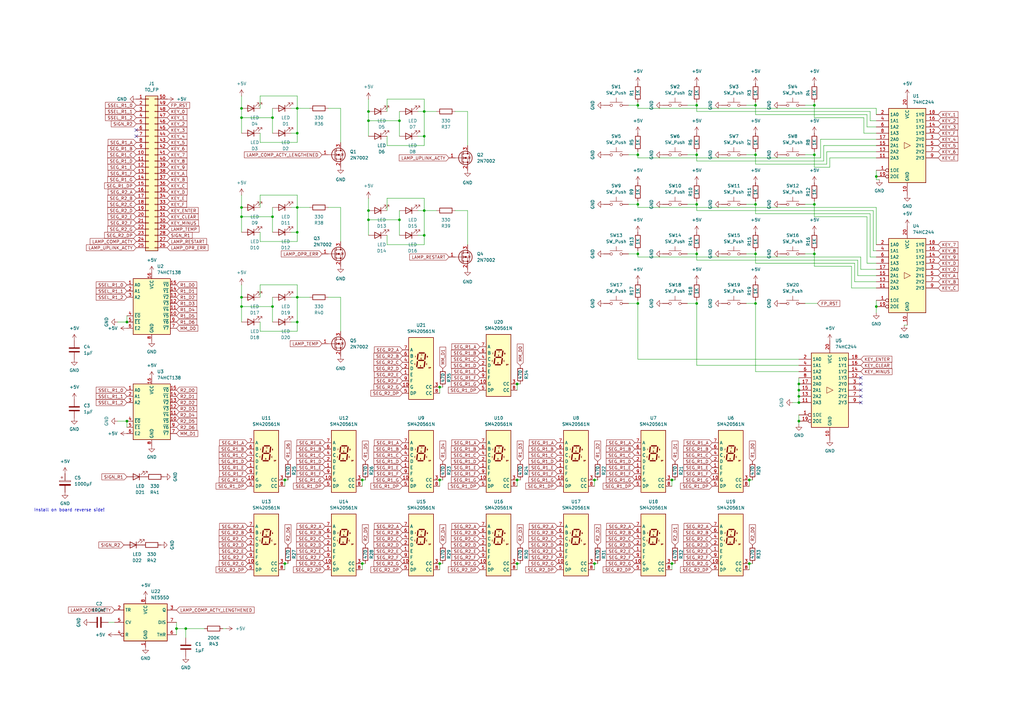
<source format=kicad_sch>
(kicad_sch (version 20250114) (generator "eeschema") (generator_version "9.0")
  (paper "A3")
  (text "Install on board reverse side!" (at 28.448 209.296 0) (effects (font (size 1.27 1.27))))
  (junction (at 52.07 132.08))
  (junction (at 261.62 124.46))
  (junction (at 275.59 196.85))
  (junction (at 99.06 88.9))
  (junction (at 327.66 172.72))
  (junction (at 148.59 196.85))
  (junction (at 99.06 44.45))
  (junction (at 261.62 83.82))
  (junction (at 99.06 125.73))
  (junction (at 309.88 104.14))
  (junction (at 151.13 90.17))
  (junction (at 116.84 231.14))
  (junction (at 111.76 125.73))
  (junction (at 334.01 43.18))
  (junction (at 327.66 157.48))
  (junction (at 261.62 43.18))
  (junction (at 285.75 83.82))
  (junction (at 327.66 162.56))
  (junction (at 327.66 165.1))
  (junction (at 261.62 104.14))
  (junction (at 151.13 49.53))
  (junction (at 261.62 63.5))
  (junction (at 307.34 196.85))
  (junction (at 99.06 85.09))
  (junction (at 212.09 196.85))
  (junction (at 151.13 86.36))
  (junction (at 163.83 49.53))
  (junction (at 327.66 160.02))
  (junction (at 285.75 43.18))
  (junction (at 173.99 96.52))
  (junction (at 111.76 88.9))
  (junction (at 243.84 196.85))
  (junction (at 121.92 44.45))
  (junction (at 76.2 257.81))
  (junction (at 285.75 63.5))
  (junction (at 173.99 45.72))
  (junction (at 334.01 63.5))
  (junction (at 275.59 231.14))
  (junction (at 116.84 196.85))
  (junction (at 212.09 157.48))
  (junction (at 52.07 172.72))
  (junction (at 359.41 125.73))
  (junction (at 309.88 43.18))
  (junction (at 285.75 104.14))
  (junction (at 334.01 104.14))
  (junction (at 309.88 83.82))
  (junction (at 173.99 86.36))
  (junction (at 121.92 95.25))
  (junction (at 173.99 55.88))
  (junction (at 151.13 45.72))
  (junction (at 111.76 48.26))
  (junction (at 121.92 54.61))
  (junction (at 285.75 124.46))
  (junction (at 334.01 83.82))
  (junction (at 121.92 132.08))
  (junction (at 359.41 72.39))
  (junction (at 307.34 231.14))
  (junction (at 99.06 121.92))
  (junction (at 121.92 85.09))
  (junction (at 121.92 121.92))
  (junction (at 180.34 158.75))
  (junction (at 180.34 231.14))
  (junction (at 163.83 90.17))
  (junction (at 309.88 124.46))
  (junction (at 243.84 231.14))
  (junction (at 148.59 231.14))
  (junction (at 180.34 196.85))
  (junction (at 309.88 63.5))
  (junction (at 72.39 257.81))
  (junction (at 99.06 48.26))
  (junction (at 212.09 231.14))
  (no_connect (at 353.06 154.94))
  (no_connect (at 55.88 55.88))
  (no_connect (at 353.06 165.1))
  (no_connect (at 353.06 160.02))
  (no_connect (at 353.06 157.48))
  (no_connect (at 55.88 53.34))
  (no_connect (at 353.06 162.56))
  (wire (pts (xy 119.38 85.09) (xy 121.92 85.09)))
  (wire (pts (xy 171.45 45.72) (xy 173.99 45.72)))
  (wire (pts (xy 121.92 54.61) (xy 121.92 44.45)))
  (wire (pts (xy 148.59 196.85) (xy 148.59 199.39)))
  (wire (pts (xy 119.38 54.61) (xy 121.92 54.61)))
  (wire (pts (xy 173.99 45.72) (xy 179.07 45.72)))
  (wire (pts (xy 116.84 231.14) (xy 118.11 231.14)))
  (wire (pts (xy 186.69 86.36) (xy 191.77 86.36)))
  (wire (pts (xy 327.66 162.56) (xy 327.66 165.1)))
  (wire (pts (xy 121.92 44.45) (xy 127 44.45)))
  (wire (pts (xy 359.41 123.19) (xy 359.41 125.73)))
  (wire (pts (xy 327.66 147.32) (xy 261.62 147.32)))
  (wire (pts (xy 359.41 110.49) (xy 353.06 110.49)))
  (wire (pts (xy 173.99 96.52) (xy 173.99 86.36)))
  (wire (pts (xy 327.66 152.4) (xy 309.88 152.4)))
  (wire (pts (xy 111.76 121.92) (xy 111.76 125.73)))
  (wire (pts (xy 121.92 85.09) (xy 127 85.09)))
  (wire (pts (xy 275.59 231.14) (xy 275.59 233.68)))
  (wire (pts (xy 309.88 62.23) (xy 309.88 63.5)))
  (wire (pts (xy 359.41 113.03) (xy 351.79 113.03)))
  (wire (pts (xy 44.45 255.27) (xy 46.99 255.27)))
  (wire (pts (xy 339.09 67.31) (xy 309.88 67.31)))
  (wire (pts (xy 99.06 125.73) (xy 99.06 132.08)))
  (wire (pts (xy 139.7 44.45) (xy 139.7 58.42)))
  (wire (pts (xy 119.38 95.25) (xy 121.92 95.25)))
  (wire (pts (xy 106.68 99.06) (xy 121.92 99.06)))
  (wire (pts (xy 359.41 69.85) (xy 359.41 72.39)))
  (wire (pts (xy 285.75 41.91) (xy 285.75 43.18)))
  (wire (pts (xy 261.62 43.18) (xy 257.81 43.18)))
  (wire (pts (xy 171.45 96.52) (xy 173.99 96.52)))
  (wire (pts (xy 307.34 196.85) (xy 308.61 196.85)))
  (wire (pts (xy 355.6 88.9) (xy 334.01 88.9)))
  (wire (pts (xy 163.83 86.36) (xy 163.83 90.17)))
  (wire (pts (xy 158.75 81.28) (xy 173.99 81.28)))
  (wire (pts (xy 173.99 59.69) (xy 173.99 55.88)))
  (wire (pts (xy 355.6 107.95) (xy 355.6 88.9)))
  (wire (pts (xy 212.09 196.85) (xy 213.36 196.85)))
  (wire (pts (xy 52.07 172.72) (xy 48.26 172.72)))
  (wire (pts (xy 158.75 45.72) (xy 158.75 40.64)))
  (wire (pts (xy 350.52 115.57) (xy 350.52 107.95)))
  (wire (pts (xy 171.45 55.88) (xy 173.99 55.88)))
  (wire (pts (xy 180.34 158.75) (xy 180.34 161.29)))
  (wire (pts (xy 106.68 99.06) (xy 106.68 95.25)))
  (wire (pts (xy 285.75 45.72) (xy 285.75 43.18)))
  (wire (pts (xy 151.13 40.64) (xy 151.13 45.72)))
  (wire (pts (xy 111.76 48.26) (xy 111.76 54.61)))
  (wire (pts (xy 356.87 87.63) (xy 309.88 87.63)))
  (wire (pts (xy 116.84 196.85) (xy 116.84 199.39)))
  (wire (pts (xy 261.62 82.55) (xy 261.62 83.82)))
  (wire (pts (xy 212.09 231.14) (xy 212.09 233.68)))
  (wire (pts (xy 285.75 66.04) (xy 285.75 63.5)))
  (wire (pts (xy 76.2 261.62) (xy 76.2 257.81)))
  (wire (pts (xy 307.34 231.14) (xy 307.34 233.68)))
  (wire (pts (xy 99.06 48.26) (xy 111.76 48.26)))
  (wire (pts (xy 327.66 170.18) (xy 327.66 172.72)))
  (wire (pts (xy 212.09 231.14) (xy 213.36 231.14)))
  (wire (pts (xy 116.84 196.85) (xy 118.11 196.85)))
  (wire (pts (xy 327.66 157.48) (xy 327.66 160.02)))
  (wire (pts (xy 309.88 124.46) (xy 306.07 124.46)))
  (wire (pts (xy 76.2 257.81) (xy 83.82 257.81)))
  (wire (pts (xy 212.09 157.48) (xy 213.36 157.48)))
  (wire (pts (xy 151.13 81.28) (xy 151.13 86.36)))
  (wire (pts (xy 307.34 196.85) (xy 307.34 199.39)))
  (wire (pts (xy 91.44 257.81) (xy 92.71 257.81)))
  (wire (pts (xy 151.13 86.36) (xy 151.13 90.17)))
  (wire (pts (xy 359.41 57.15) (xy 336.55 57.15)))
  (wire (pts (xy 370.84 133.35) (xy 372.11 133.35)))
  (wire (pts (xy 261.62 85.09) (xy 261.62 83.82)))
  (wire (pts (xy 212.09 196.85) (xy 212.09 199.39)))
  (wire (pts (xy 356.87 45.72) (xy 285.75 45.72)))
  (wire (pts (xy 359.41 64.77) (xy 340.36 64.77)))
  (wire (pts (xy 261.62 147.32) (xy 261.62 124.46)))
  (wire (pts (xy 359.41 102.87) (xy 358.14 102.87)))
  (wire (pts (xy 173.99 81.28) (xy 173.99 86.36)))
  (wire (pts (xy 309.88 82.55) (xy 309.88 83.82)))
  (wire (pts (xy 309.88 83.82) (xy 306.07 83.82)))
  (wire (pts (xy 171.45 86.36) (xy 173.99 86.36)))
  (wire (pts (xy 180.34 196.85) (xy 180.34 199.39)))
  (wire (pts (xy 309.88 152.4) (xy 309.88 124.46)))
  (wire (pts (xy 106.68 58.42) (xy 106.68 54.61)))
  (wire (pts (xy 261.62 104.14) (xy 257.81 104.14)))
  (wire (pts (xy 158.75 100.33) (xy 173.99 100.33)))
  (wire (pts (xy 358.14 86.36) (xy 285.75 86.36)))
  (wire (pts (xy 261.62 62.23) (xy 261.62 63.5)))
  (wire (pts (xy 180.34 231.14) (xy 180.34 233.68)))
  (wire (pts (xy 285.75 104.14) (xy 281.94 104.14)))
  (wire (pts (xy 353.06 105.41) (xy 261.62 105.41)))
  (wire (pts (xy 116.84 231.14) (xy 116.84 233.68)))
  (wire (pts (xy 111.76 125.73) (xy 111.76 132.08)))
  (wire (pts (xy 180.34 196.85) (xy 181.61 196.85)))
  (wire (pts (xy 285.75 106.68) (xy 285.75 104.14)))
  (wire (pts (xy 337.82 66.04) (xy 285.75 66.04)))
  (wire (pts (xy 148.59 231.14) (xy 149.86 231.14)))
  (wire (pts (xy 334.01 104.14) (xy 330.2 104.14)))
  (wire (pts (xy 327.66 160.02) (xy 327.66 162.56)))
  (wire (pts (xy 359.41 44.45) (xy 261.62 44.45)))
  (wire (pts (xy 334.01 88.9) (xy 334.01 83.82)))
  (wire (pts (xy 285.75 82.55) (xy 285.75 83.82)))
  (wire (pts (xy 121.92 58.42) (xy 121.92 54.61)))
  (wire (pts (xy 309.88 87.63) (xy 309.88 83.82)))
  (wire (pts (xy 359.41 85.09) (xy 261.62 85.09)))
  (wire (pts (xy 334.01 102.87) (xy 334.01 104.14)))
  (wire (pts (xy 359.41 107.95) (xy 355.6 107.95)))
  (wire (pts (xy 243.84 231.14) (xy 243.84 233.68)))
  (wire (pts (xy 99.06 39.37) (xy 99.06 44.45)))
  (wire (pts (xy 99.06 88.9) (xy 99.06 95.25)))
  (wire (pts (xy 106.68 85.09) (xy 106.68 80.01)))
  (wire (pts (xy 334.01 41.91) (xy 334.01 43.18)))
  (wire (pts (xy 340.36 64.77) (xy 340.36 68.58)))
  (wire (pts (xy 151.13 49.53) (xy 151.13 55.88)))
  (wire (pts (xy 261.62 123.19) (xy 261.62 124.46)))
  (wire (pts (xy 111.76 44.45) (xy 111.76 48.26)))
  (wire (pts (xy 334.01 109.22) (xy 334.01 104.14)))
  (wire (pts (xy 353.06 110.49) (xy 353.06 105.41)))
  (wire (pts (xy 359.41 73.66) (xy 360.68 73.66)))
  (wire (pts (xy 334.01 83.82) (xy 330.2 83.82)))
  (wire (pts (xy 158.75 40.64) (xy 173.99 40.64)))
  (wire (pts (xy 261.62 63.5) (xy 257.81 63.5)))
  (wire (pts (xy 121.92 99.06) (xy 121.92 95.25)))
  (wire (pts (xy 151.13 49.53) (xy 163.83 49.53)))
  (wire (pts (xy 121.92 95.25) (xy 121.92 85.09)))
  (wire (pts (xy 359.41 46.99) (xy 359.41 44.45)))
  (wire (pts (xy 349.25 109.22) (xy 334.01 109.22)))
  (wire (pts (xy 285.75 63.5) (xy 281.94 63.5)))
  (wire (pts (xy 121.92 121.92) (xy 127 121.92)))
  (wire (pts (xy 173.99 55.88) (xy 173.99 45.72)))
  (wire (pts (xy 106.68 135.89) (xy 121.92 135.89)))
  (wire (pts (xy 337.82 59.69) (xy 337.82 66.04)))
  (wire (pts (xy 358.14 102.87) (xy 358.14 86.36)))
  (wire (pts (xy 307.34 231.14) (xy 308.61 231.14)))
  (wire (pts (xy 106.68 39.37) (xy 121.92 39.37)))
  (wire (pts (xy 158.75 59.69) (xy 158.75 55.88)))
  (wire (pts (xy 163.83 49.53) (xy 163.83 55.88)))
  (wire (pts (xy 330.2 124.46) (xy 335.28 124.46)))
  (wire (pts (xy 148.59 196.85) (xy 149.86 196.85)))
  (wire (pts (xy 121.92 80.01) (xy 121.92 85.09)))
  (wire (pts (xy 191.77 86.36) (xy 191.77 100.33)))
  (wire (pts (xy 173.99 86.36) (xy 179.07 86.36)))
  (wire (pts (xy 99.06 125.73) (xy 111.76 125.73)))
  (wire (pts (xy 261.62 64.77) (xy 261.62 63.5)))
  (wire (pts (xy 351.79 113.03) (xy 351.79 106.68)))
  (wire (pts (xy 261.62 41.91) (xy 261.62 43.18)))
  (wire (pts (xy 359.41 118.11) (xy 349.25 118.11)))
  (wire (pts (xy 99.06 44.45) (xy 99.06 48.26)))
  (wire (pts (xy 339.09 62.23) (xy 339.09 67.31)))
  (wire (pts (xy 99.06 80.01) (xy 99.06 85.09)))
  (wire (pts (xy 359.41 105.41) (xy 356.87 105.41)))
  (wire (pts (xy 119.38 121.92) (xy 121.92 121.92)))
  (wire (pts (xy 285.75 123.19) (xy 285.75 124.46)))
  (wire (pts (xy 359.41 100.33) (xy 359.41 85.09)))
  (wire (pts (xy 111.76 85.09) (xy 111.76 88.9)))
  (wire (pts (xy 350.52 107.95) (xy 309.88 107.95)))
  (wire (pts (xy 151.13 45.72) (xy 151.13 49.53)))
  (wire (pts (xy 356.87 49.53) (xy 356.87 45.72)))
  (wire (pts (xy 327.66 165.1) (xy 325.12 165.1)))
  (wire (pts (xy 180.34 158.75) (xy 181.61 158.75)))
  (wire (pts (xy 99.06 116.84) (xy 99.06 121.92)))
  (wire (pts (xy 359.41 115.57) (xy 350.52 115.57)))
  (wire (pts (xy 134.62 121.92) (xy 139.7 121.92)))
  (wire (pts (xy 334.01 82.55) (xy 334.01 83.82)))
  (wire (pts (xy 111.76 88.9) (xy 111.76 95.25)))
  (wire (pts (xy 285.75 149.86) (xy 285.75 124.46)))
  (wire (pts (xy 243.84 196.85) (xy 243.84 199.39)))
  (wire (pts (xy 99.06 48.26) (xy 99.06 54.61)))
  (wire (pts (xy 309.88 46.99) (xy 309.88 43.18)))
  (wire (pts (xy 52.07 129.54) (xy 52.07 132.08)))
  (wire (pts (xy 359.41 49.53) (xy 356.87 49.53)))
  (wire (pts (xy 334.01 63.5) (xy 330.2 63.5)))
  (wire (pts (xy 151.13 90.17) (xy 151.13 96.52)))
  (wire (pts (xy 275.59 196.85) (xy 275.59 199.39)))
  (wire (pts (xy 99.06 121.92) (xy 99.06 125.73)))
  (wire (pts (xy 119.38 44.45) (xy 121.92 44.45)))
  (wire (pts (xy 99.06 85.09) (xy 99.06 88.9)))
  (wire (pts (xy 72.39 255.27) (xy 72.39 257.81)))
  (wire (pts (xy 309.88 41.91) (xy 309.88 43.18)))
  (wire (pts (xy 309.88 63.5) (xy 306.07 63.5)))
  (wire (pts (xy 340.36 68.58) (xy 334.01 68.58)))
  (wire (pts (xy 139.7 121.92) (xy 139.7 135.89)))
  (wire (pts (xy 243.84 196.85) (xy 245.11 196.85)))
  (wire (pts (xy 106.68 121.92) (xy 106.68 116.84)))
  (wire (pts (xy 106.68 80.01) (xy 121.92 80.01)))
  (wire (pts (xy 334.01 62.23) (xy 334.01 63.5)))
  (wire (pts (xy 148.59 231.14) (xy 148.59 233.68)))
  (wire (pts (xy 309.88 43.18) (xy 306.07 43.18)))
  (wire (pts (xy 52.07 132.08) (xy 48.26 132.08)))
  (wire (pts (xy 261.62 83.82) (xy 257.81 83.82)))
  (wire (pts (xy 134.62 85.09) (xy 139.7 85.09)))
  (wire (pts (xy 121.92 39.37) (xy 121.92 44.45)))
  (wire (pts (xy 309.88 67.31) (xy 309.88 63.5)))
  (wire (pts (xy 106.68 44.45) (xy 106.68 39.37)))
  (wire (pts (xy 354.33 54.61) (xy 354.33 48.26)))
  (wire (pts (xy 106.68 135.89) (xy 106.68 132.08)))
  (wire (pts (xy 163.83 90.17) (xy 163.83 96.52)))
  (wire (pts (xy 275.59 196.85) (xy 276.86 196.85)))
  (wire (pts (xy 158.75 86.36) (xy 158.75 81.28)))
  (wire (pts (xy 359.41 54.61) (xy 354.33 54.61)))
  (wire (pts (xy 121.92 116.84) (xy 121.92 121.92)))
  (wire (pts (xy 261.62 105.41) (xy 261.62 104.14)))
  (wire (pts (xy 334.01 68.58) (xy 334.01 63.5)))
  (wire (pts (xy 359.41 125.73) (xy 359.41 128.27)))
  (wire (pts (xy 134.62 44.45) (xy 139.7 44.45)))
  (wire (pts (xy 180.34 231.14) (xy 181.61 231.14)))
  (wire (pts (xy 354.33 48.26) (xy 334.01 48.26)))
  (wire (pts (xy 261.62 124.46) (xy 257.81 124.46)))
  (wire (pts (xy 359.41 52.07) (xy 355.6 52.07)))
  (wire (pts (xy 173.99 100.33) (xy 173.99 96.52)))
  (wire (pts (xy 99.06 88.9) (xy 111.76 88.9)))
  (wire (pts (xy 327.66 172.72) (xy 327.66 173.99)))
  (wire (pts (xy 173.99 40.64) (xy 173.99 45.72)))
  (wire (pts (xy 139.7 85.09) (xy 139.7 99.06)))
  (wire (pts (xy 158.75 59.69) (xy 173.99 59.69)))
  (wire (pts (xy 243.84 231.14) (xy 245.11 231.14)))
  (wire (pts (xy 106.68 58.42) (xy 121.92 58.42)))
  (wire (pts (xy 52.07 175.26) (xy 52.07 172.72)))
  (wire (pts (xy 285.75 43.18) (xy 281.94 43.18)))
  (wire (pts (xy 76.2 257.81) (xy 72.39 257.81)))
  (wire (pts (xy 121.92 132.08) (xy 121.92 121.92)))
  (wire (pts (xy 119.38 132.08) (xy 121.92 132.08)))
  (wire (pts (xy 359.41 59.69) (xy 337.82 59.69)))
  (wire (pts (xy 309.88 102.87) (xy 309.88 104.14)))
  (wire (pts (xy 327.66 149.86) (xy 285.75 149.86)))
  (wire (pts (xy 151.13 90.17) (xy 163.83 90.17)))
  (wire (pts (xy 334.01 48.26) (xy 334.01 43.18)))
  (wire (pts (xy 359.41 72.39) (xy 359.41 73.66)))
  (wire (pts (xy 285.75 86.36) (xy 285.75 83.82)))
  (wire (pts (xy 261.62 44.45) (xy 261.62 43.18)))
  (wire (pts (xy 106.68 116.84) (xy 121.92 116.84)))
  (wire (pts (xy 285.75 102.87) (xy 285.75 104.14)))
  (wire (pts (xy 356.87 105.41) (xy 356.87 87.63)))
  (wire (pts (xy 163.83 45.72) (xy 163.83 49.53)))
  (wire (pts (xy 285.75 62.23) (xy 285.75 63.5)))
  (wire (pts (xy 212.09 157.48) (xy 212.09 160.02)))
  (wire (pts (xy 327.66 154.94) (xy 327.66 157.48)))
  (wire (pts (xy 191.77 45.72) (xy 191.77 59.69)))
  (wire (pts (xy 309.88 107.95) (xy 309.88 104.14)))
  (wire (pts (xy 285.75 124.46) (xy 281.94 124.46)))
  (wire (pts (xy 359.41 62.23) (xy 339.09 62.23)))
  (wire (pts (xy 158.75 100.33) (xy 158.75 96.52)))
  (wire (pts (xy 309.88 123.19) (xy 309.88 124.46)))
  (wire (pts (xy 261.62 102.87) (xy 261.62 104.14)))
  (wire (pts (xy 355.6 46.99) (xy 309.88 46.99)))
  (wire (pts (xy 72.39 257.81) (xy 72.39 260.35)))
  (wire (pts (xy 121.92 135.89) (xy 121.92 132.08)))
  (wire (pts (xy 334.01 43.18) (xy 330.2 43.18)))
  (wire (pts (xy 349.25 118.11) (xy 349.25 109.22)))
  (wire (pts (xy 285.75 83.82) (xy 281.94 83.82)))
  (wire (pts (xy 336.55 64.77) (xy 261.62 64.77)))
  (wire (pts (xy 186.69 45.72) (xy 191.77 45.72)))
  (wire (pts (xy 351.79 106.68) (xy 285.75 106.68)))
  (wire (pts (xy 355.6 52.07) (xy 355.6 46.99)))
  (wire (pts (xy 309.88 104.14) (xy 306.07 104.14)))
  (wire (pts (xy 336.55 57.15) (xy 336.55 64.77)))
  (wire (pts (xy 275.59 231.14) (xy 276.86 231.14)))
  (global_label "R1_D2" (shape input) (at 245.11 189.23 90) (property "Intersheetrefs" "${INTERSHEET_REFS}" (effects (hide yes))))
  (global_label "KEY_9" (shape input) (at 384.81 105.41 0) (property "Intersheetrefs" "${INTERSHEET_REFS}" (effects (hide yes))))
  (global_label "SEG_R2_DP" (shape input) (at 292.1 233.68 180) (property "Intersheetrefs" "${INTERSHEET_REFS}" (effects (hide yes))))
  (global_label "SEG_R1_F" (shape input) (at 55.88 71.12 180) (property "Intersheetrefs" "${INTERSHEET_REFS}" (effects (hide yes))))
  (global_label "SEG_R1_G" (shape input) (at 260.35 196.85 180) (property "Intersheetrefs" "${INTERSHEET_REFS}" (effects (hide yes))))
  (global_label "SEG_R2_E" (shape input) (at 165.1 153.67 180) (property "Intersheetrefs" "${INTERSHEET_REFS}" (effects (hide yes))))
  (global_label "SEG_R2_C" (shape input) (at 165.1 148.59 180) (property "Intersheetrefs" "${INTERSHEET_REFS}" (effects (hide yes))))
  (global_label "KEY_1" (shape input) (at 384.81 46.99 0) (property "Intersheetrefs" "${INTERSHEET_REFS}" (effects (hide yes))))
  (global_label "SSEL_R1_0" (shape input) (at 55.88 43.18 180) (property "Intersheetrefs" "${INTERSHEET_REFS}" (effects (hide yes))))
  (global_label "LAMP_OPR_ERR" (shape input) (at 68.58 101.6 0) (property "Intersheetrefs" "${INTERSHEET_REFS}" (effects (hide yes))))
  (global_label "SEG_R1_DP" (shape input) (at 228.6 199.39 180) (property "Intersheetrefs" "${INTERSHEET_REFS}" (effects (hide yes))))
  (global_label "SEG_R2_A" (shape input) (at 228.6 215.9 180) (property "Intersheetrefs" "${INTERSHEET_REFS}" (effects (hide yes))))
  (global_label "R1_D1" (shape input) (at 276.86 189.23 90) (property "Intersheetrefs" "${INTERSHEET_REFS}" (effects (hide yes))))
  (global_label "KEY_8" (shape input) (at 68.58 66.04 0) (property "Intersheetrefs" "${INTERSHEET_REFS}" (effects (hide yes))))
  (global_label "KEY_D" (shape input) (at 384.81 107.95 0) (property "Intersheetrefs" "${INTERSHEET_REFS}" (effects (hide yes))))
  (global_label "KEY_3" (shape input) (at 384.81 52.07 0) (property "Intersheetrefs" "${INTERSHEET_REFS}" (effects (hide yes))))
  (global_label "SEG_R1_G" (shape input) (at 101.6 196.85 180) (property "Intersheetrefs" "${INTERSHEET_REFS}" (effects (hide yes))))
  (global_label "KEY_1" (shape input) (at 68.58 48.26 0) (property "Intersheetrefs" "${INTERSHEET_REFS}" (effects (hide yes))))
  (global_label "LAMP_COMP_ACTY_LENGTHENED" (shape input) (at 72.39 250.19 0) (property "Intersheetrefs" "${INTERSHEET_REFS}" (effects (hide yes))))
  (global_label "SSEL_R1_1" (shape input) (at 52.07 119.38 180) (property "Intersheetrefs" "${INTERSHEET_REFS}" (effects (hide yes))))
  (global_label "SIGN_R1" (shape input) (at 68.58 96.52 0) (property "Intersheetrefs" "${INTERSHEET_REFS}" (effects (hide yes))))
  (global_label "SEG_R2_D" (shape input) (at 292.1 223.52 180) (property "Intersheetrefs" "${INTERSHEET_REFS}" (effects (hide yes))))
  (global_label "KEY_CLEAR" (shape input) (at 68.58 88.9 0) (property "Intersheetrefs" "${INTERSHEET_REFS}" (effects (hide yes))))
  (global_label "SSEL_R1_0" (shape input) (at 52.07 160.02 180) (property "Intersheetrefs" "${INTERSHEET_REFS}" (effects (hide yes))))
  (global_label "KEY_6" (shape input) (at 384.81 62.23 0) (property "Intersheetrefs" "${INTERSHEET_REFS}" (effects (hide yes))))
  (global_label "SEG_R1_G" (shape input) (at 133.35 196.85 180) (property "Intersheetrefs" "${INTERSHEET_REFS}" (effects (hide yes))))
  (global_label "SEG_R1_C" (shape input) (at 228.6 186.69 180) (property "Intersheetrefs" "${INTERSHEET_REFS}" (effects (hide yes))))
  (global_label "SEG_R1_F" (shape input) (at 228.6 194.31 180) (property "Intersheetrefs" "${INTERSHEET_REFS}" (effects (hide yes))))
  (global_label "KEY_MINUS" (shape input) (at 68.58 91.44 0) (property "Intersheetrefs" "${INTERSHEET_REFS}" (effects (hide yes))))
  (global_label "SEG_R2_A" (shape input) (at 133.35 215.9 180) (property "Intersheetrefs" "${INTERSHEET_REFS}" (effects (hide yes))))
  (global_label "SEG_R2_G" (shape input) (at 260.35 231.14 180) (property "Intersheetrefs" "${INTERSHEET_REFS}" (effects (hide yes))))
  (global_label "SEG_R2_D" (shape input) (at 55.88 86.36 180) (property "Intersheetrefs" "${INTERSHEET_REFS}" (effects (hide yes))))
  (global_label "SEG_R1_DP" (shape input) (at 260.35 199.39 180) (property "Intersheetrefs" "${INTERSHEET_REFS}" (effects (hide yes))))
  (global_label "R1_D5" (shape input) (at 72.39 129.54 0) (property "Intersheetrefs" "${INTERSHEET_REFS}" (effects (hide yes))))
  (global_label "R2_D6" (shape input) (at 72.39 175.26 0) (property "Intersheetrefs" "${INTERSHEET_REFS}" (effects (hide yes))))
  (global_label "SEG_R1_C" (shape input) (at 260.35 186.69 180) (property "Intersheetrefs" "${INTERSHEET_REFS}" (effects (hide yes))))
  (global_label "SEG_R2_G" (shape input) (at 133.35 231.14 180) (property "Intersheetrefs" "${INTERSHEET_REFS}" (effects (hide yes))))
  (global_label "SEG_R1_E" (shape input) (at 196.85 152.4 180) (property "Intersheetrefs" "${INTERSHEET_REFS}" (effects (hide yes))))
  (global_label "R1_D1" (shape input) (at 72.39 119.38 0) (property "Intersheetrefs" "${INTERSHEET_REFS}" (effects (hide yes))))
  (global_label "SEG_R1_B" (shape input) (at 133.35 184.15 180) (property "Intersheetrefs" "${INTERSHEET_REFS}" (effects (hide yes))))
  (global_label "SEG_R2_A" (shape input) (at 196.85 215.9 180) (property "Intersheetrefs" "${INTERSHEET_REFS}" (effects (hide yes))))
  (global_label "SEG_R1_C" (shape input) (at 196.85 186.69 180) (property "Intersheetrefs" "${INTERSHEET_REFS}" (effects (hide yes))))
  (global_label "SIGN_R1" (shape input) (at 52.07 195.58 180) (property "Intersheetrefs" "${INTERSHEET_REFS}" (effects (hide yes))))
  (global_label "SEG_R2_B" (shape input) (at 101.6 218.44 180) (property "Intersheetrefs" "${INTERSHEET_REFS}" (effects (hide yes))))
  (global_label "SEG_R2_B" (shape input) (at 292.1 218.44 180) (property "Intersheetrefs" "${INTERSHEET_REFS}" (effects (hide yes))))
  (global_label "SEG_R2_DP" (shape input) (at 165.1 233.68 180) (property "Intersheetrefs" "${INTERSHEET_REFS}" (effects (hide yes))))
  (global_label "FP_RST" (shape input) (at 335.28 124.46 0) (property "Intersheetrefs" "${INTERSHEET_REFS}" (effects (hide yes))))
  (global_label "SEG_R1_E" (shape input) (at 196.85 191.77 180) (property "Intersheetrefs" "${INTERSHEET_REFS}" (effects (hide yes))))
  (global_label "R2_D4" (shape input) (at 72.39 170.18 0) (property "Intersheetrefs" "${INTERSHEET_REFS}" (effects (hide yes))))
  (global_label "FP_RST" (shape input) (at 68.58 43.18 0) (property "Intersheetrefs" "${INTERSHEET_REFS}" (effects (hide yes))))
  (global_label "SEG_R1_A" (shape input) (at 165.1 181.61 180) (property "Intersheetrefs" "${INTERSHEET_REFS}" (effects (hide yes))))
  (global_label "SEG_R1_D" (shape input) (at 55.88 66.04 180) (property "Intersheetrefs" "${INTERSHEET_REFS}" (effects (hide yes))))
  (global_label "SEG_R1_A" (shape input) (at 196.85 181.61 180) (property "Intersheetrefs" "${INTERSHEET_REFS}" (effects (hide yes))))
  (global_label "SEG_R1_B" (shape input) (at 165.1 184.15 180) (property "Intersheetrefs" "${INTERSHEET_REFS}" (effects (hide yes))))
  (global_label "SEG_R1_A" (shape input) (at 101.6 181.61 180) (property "Intersheetrefs" "${INTERSHEET_REFS}" (effects (hide yes))))
  (global_label "SEG_R2_D" (shape input) (at 165.1 151.13 180) (property "Intersheetrefs" "${INTERSHEET_REFS}" (effects (hide yes))))
  (global_label "SEG_R2_F" (shape input) (at 260.35 228.6 180) (property "Intersheetrefs" "${INTERSHEET_REFS}" (effects (hide yes))))
  (global_label "SEG_R1_DP" (shape input) (at 196.85 160.02 180) (property "Intersheetrefs" "${INTERSHEET_REFS}" (effects (hide yes))))
  (global_label "SSEL_R1_0" (shape input) (at 52.07 116.84 180) (property "Intersheetrefs" "${INTERSHEET_REFS}" (effects (hide yes))))
  (global_label "SSEL_R1_2" (shape input) (at 52.07 121.92 180) (property "Intersheetrefs" "${INTERSHEET_REFS}" (effects (hide yes))))
  (global_label "SEG_R1_F" (shape input) (at 196.85 154.94 180) (property "Intersheetrefs" "${INTERSHEET_REFS}" (effects (hide yes))))
  (global_label "SEG_R1_A" (shape input) (at 228.6 181.61 180) (property "Intersheetrefs" "${INTERSHEET_REFS}" (effects (hide yes))))
  (global_label "SEG_R1_D" (shape input) (at 228.6 189.23 180) (property "Intersheetrefs" "${INTERSHEET_REFS}" (effects (hide yes))))
  (global_label "R1_D4" (shape input) (at 181.61 189.23 90) (property "Intersheetrefs" "${INTERSHEET_REFS}" (effects (hide yes))))
  (global_label "SEG_R2_G" (shape input) (at 55.88 93.98 180) (property "Intersheetrefs" "${INTERSHEET_REFS}" (effects (hide yes))))
  (global_label "SIGN_R2" (shape input) (at 55.88 50.8 180) (property "Intersheetrefs" "${INTERSHEET_REFS}" (effects (hide yes))))
  (global_label "SEG_R2_C" (shape input) (at 101.6 220.98 180) (property "Intersheetrefs" "${INTERSHEET_REFS}" (effects (hide yes))))
  (global_label "LAMP_TEMP" (shape input) (at 68.58 93.98 0) (property "Intersheetrefs" "${INTERSHEET_REFS}" (effects (hide yes))))
  (global_label "KEY_5" (shape input) (at 384.81 59.69 0) (property "Intersheetrefs" "${INTERSHEET_REFS}" (effects (hide yes))))
  (global_label "SSEL_R1_2" (shape input) (at 55.88 48.26 180) (property "Intersheetrefs" "${INTERSHEET_REFS}" (effects (hide yes))))
  (global_label "KEY_ENTER" (shape input) (at 68.58 86.36 0) (property "Intersheetrefs" "${INTERSHEET_REFS}" (effects (hide yes))))
  (global_label "SEG_R2_C" (shape input) (at 228.6 220.98 180) (property "Intersheetrefs" "${INTERSHEET_REFS}" (effects (hide yes))))
  (global_label "R1_D2" (shape input) (at 72.39 121.92 0) (property "Intersheetrefs" "${INTERSHEET_REFS}" (effects (hide yes))))
  (global_label "SEG_R1_C" (shape input) (at 165.1 186.69 180) (property "Intersheetrefs" "${INTERSHEET_REFS}" (effects (hide yes))))
  (global_label "SEG_R2_A" (shape input) (at 165.1 215.9 180) (property "Intersheetrefs" "${INTERSHEET_REFS}" (effects (hide yes))))
  (global_label "SEG_R1_B" (shape input) (at 196.85 144.78 180) (property "Intersheetrefs" "${INTERSHEET_REFS}" (effects (hide yes))))
  (global_label "SEG_R1_A" (shape input) (at 292.1 181.61 180) (property "Intersheetrefs" "${INTERSHEET_REFS}" (effects (hide yes))))
  (global_label "R1_D0" (shape input) (at 308.61 189.23 90) (property "Intersheetrefs" "${INTERSHEET_REFS}" (effects (hide yes))))
  (global_label "R2_D1" (shape input) (at 276.86 223.52 90) (property "Intersheetrefs" "${INTERSHEET_REFS}" (effects (hide yes))))
  (global_label "SEG_R2_F" (shape input) (at 165.1 156.21 180) (property "Intersheetrefs" "${INTERSHEET_REFS}" (effects (hide yes))))
  (global_label "KEY_D" (shape input) (at 68.58 78.74 0) (property "Intersheetrefs" "${INTERSHEET_REFS}" (effects (hide yes))))
  (global_label "SEG_R1_A" (shape input) (at 133.35 181.61 180) (property "Intersheetrefs" "${INTERSHEET_REFS}" (effects (hide yes))))
  (global_label "SEG_R2_B" (shape input) (at 133.35 218.44 180) (property "Intersheetrefs" "${INTERSHEET_REFS}" (effects (hide yes))))
  (global_label "SEG_R1_G" (shape input) (at 196.85 157.48 180) (property "Intersheetrefs" "${INTERSHEET_REFS}" (effects (hide yes))))
  (global_label "KEY_2" (shape input) (at 384.81 49.53 0) (property "Intersheetrefs" "${INTERSHEET_REFS}" (effects (hide yes))))
  (global_label "MM_D0" (shape input) (at 213.36 149.86 90) (property "Intersheetrefs" "${INTERSHEET_REFS}" (effects (hide yes))))
  (global_label "SEG_R1_DP" (shape input) (at 292.1 199.39 180) (property "Intersheetrefs" "${INTERSHEET_REFS}" (effects (hide yes))))
  (global_label "SEG_R1_E" (shape input) (at 55.88 68.58 180) (property "Intersheetrefs" "${INTERSHEET_REFS}" (effects (hide yes))))
  (global_label "SEG_R2_E" (shape input) (at 292.1 226.06 180) (property "Intersheetrefs" "${INTERSHEET_REFS}" (effects (hide yes))))
  (global_label "SEG_R2_E" (shape input) (at 228.6 226.06 180) (property "Intersheetrefs" "${INTERSHEET_REFS}" (effects (hide yes))))
  (global_label "SEG_R2_G" (shape input) (at 165.1 231.14 180) (property "Intersheetrefs" "${INTERSHEET_REFS}" (effects (hide yes))))
  (global_label "R1_D3" (shape input) (at 72.39 124.46 0) (property "Intersheetrefs" "${INTERSHEET_REFS}" (effects (hide yes))))
  (global_label "KEY_0" (shape input) (at 68.58 45.72 0) (property "Intersheetrefs" "${INTERSHEET_REFS}" (effects (hide yes))))
  (global_label "MM_D1" (shape input) (at 72.39 177.8 0) (property "Intersheetrefs" "${INTERSHEET_REFS}" (effects (hide yes))))
  (global_label "KEY_4" (shape input) (at 384.81 57.15 0) (property "Intersheetrefs" "${INTERSHEET_REFS}" (effects (hide yes))))
  (global_label "SEG_R1_D" (shape input) (at 196.85 149.86 180) (property "Intersheetrefs" "${INTERSHEET_REFS}" (effects (hide yes))))
  (global_label "SEG_R1_F" (shape input) (at 101.6 194.31 180) (property "Intersheetrefs" "${INTERSHEET_REFS}" (effects (hide yes))))
  (global_label "SEG_R1_B" (shape input) (at 228.6 184.15 180) (property "Intersheetrefs" "${INTERSHEET_REFS}" (effects (hide yes))))
  (global_label "KEY_B" (shape input) (at 68.58 73.66 0) (property "Intersheetrefs" "${INTERSHEET_REFS}" (effects (hide yes))))
  (global_label "SEG_R1_B" (shape input) (at 55.88 60.96 180) (property "Intersheetrefs" "${INTERSHEET_REFS}" (effects (hide yes))))
  (global_label "KEY_C" (shape input) (at 384.81 118.11 0) (property "Intersheetrefs" "${INTERSHEET_REFS}" (effects (hide yes))))
  (global_label "SEG_R2_DP" (shape input) (at 228.6 233.68 180) (property "Intersheetrefs" "${INTERSHEET_REFS}" (effects (hide yes))))
  (global_label "SEG_R1_G" (shape input) (at 55.88 73.66 180) (property "Intersheetrefs" "${INTERSHEET_REFS}" (effects (hide yes))))
  (global_label "SEG_R2_G" (shape input) (at 196.85 231.14 180) (property "Intersheetrefs" "${INTERSHEET_REFS}" (effects (hide yes))))
  (global_label "SEG_R1_A" (shape input) (at 260.35 181.61 180) (property "Intersheetrefs" "${INTERSHEET_REFS}" (effects (hide yes))))
  (global_label "SEG_R1_D" (shape input) (at 165.1 189.23 180) (property "Intersheetrefs" "${INTERSHEET_REFS}" (effects (hide yes))))
  (global_label "SEG_R2_B" (shape input) (at 228.6 218.44 180) (property "Intersheetrefs" "${INTERSHEET_REFS}" (effects (hide yes))))
  (global_label "SEG_R1_C" (shape input) (at 55.88 63.5 180) (property "Intersheetrefs" "${INTERSHEET_REFS}" (effects (hide yes))))
  (global_label "MM_D1" (shape input) (at 181.61 151.13 90) (property "Intersheetrefs" "${INTERSHEET_REFS}" (effects (hide yes))))
  (global_label "R1_D3" (shape input) (at 213.36 189.23 90) (property "Intersheetrefs" "${INTERSHEET_REFS}" (effects (hide yes))))
  (global_label "LAMP_OPR_ERR" (shape input) (at 132.08 104.14 180) (property "Intersheetrefs" "${INTERSHEET_REFS}" (effects (hide yes))))
  (global_label "SEG_R2_D" (shape input) (at 133.35 223.52 180) (property "Intersheetrefs" "${INTERSHEET_REFS}" (effects (hide yes))))
  (global_label "SEG_R1_G" (shape input) (at 228.6 196.85 180) (property "Intersheetrefs" "${INTERSHEET_REFS}" (effects (hide yes))))
  (global_label "SEG_R1_DP" (shape input) (at 133.35 199.39 180) (property "Intersheetrefs" "${INTERSHEET_REFS}" (effects (hide yes))))
  (global_label "SEG_R2_A" (shape input) (at 260.35 215.9 180) (property "Intersheetrefs" "${INTERSHEET_REFS}" (effects (hide yes))))
  (global_label "SEG_R1_F" (shape input) (at 196.85 194.31 180) (property "Intersheetrefs" "${INTERSHEET_REFS}" (effects (hide yes))))
  (global_label "SEG_R1_G" (shape input) (at 165.1 196.85 180) (property "Intersheetrefs" "${INTERSHEET_REFS}" (effects (hide yes))))
  (global_label "SEG_R1_E" (shape input) (at 101.6 191.77 180) (property "Intersheetrefs" "${INTERSHEET_REFS}" (effects (hide yes))))
  (global_label "SEG_R2_A" (shape input) (at 292.1 215.9 180) (property "Intersheetrefs" "${INTERSHEET_REFS}" (effects (hide yes))))
  (global_label "SEG_R1_D" (shape input) (at 292.1 189.23 180) (property "Intersheetrefs" "${INTERSHEET_REFS}" (effects (hide yes))))
  (global_label "R2_D2" (shape input) (at 72.39 165.1 0) (property "Intersheetrefs" "${INTERSHEET_REFS}" (effects (hide yes))))
  (global_label "SEG_R2_B" (shape input) (at 55.88 81.28 180) (property "Intersheetrefs" "${INTERSHEET_REFS}" (effects (hide yes))))
  (global_label "SEG_R2_E" (shape input) (at 260.35 226.06 180) (property "Intersheetrefs" "${INTERSHEET_REFS}" (effects (hide yes))))
  (global_label "SEG_R1_F" (shape input) (at 292.1 194.31 180) (property "Intersheetrefs" "${INTERSHEET_REFS}" (effects (hide yes))))
  (global_label "R2_D3" (shape input) (at 72.39 167.64 0) (property "Intersheetrefs" "${INTERSHEET_REFS}" (effects (hide yes))))
  (global_label "KEY_5" (shape input) (at 68.58 58.42 0) (property "Intersheetrefs" "${INTERSHEET_REFS}" (effects (hide yes))))
  (global_label "SEG_R2_D" (shape input) (at 196.85 223.52 180) (property "Intersheetrefs" "${INTERSHEET_REFS}" (effects (hide yes))))
  (global_label "SEG_R1_E" (shape input) (at 292.1 191.77 180) (property "Intersheetrefs" "${INTERSHEET_REFS}" (effects (hide yes))))
  (global_label "R1_D4" (shape input) (at 72.39 127 0) (property "Intersheetrefs" "${INTERSHEET_REFS}" (effects (hide yes))))
  (global_label "LAMP_RESTART" (shape input) (at 184.15 105.41 180) (property "Intersheetrefs" "${INTERSHEET_REFS}" (effects (hide yes))))
  (global_label "SEG_R2_C" (shape input) (at 196.85 220.98 180) (property "Intersheetrefs" "${INTERSHEET_REFS}" (effects (hide yes))))
  (global_label "SEG_R2_C" (shape input) (at 165.1 220.98 180) (property "Intersheetrefs" "${INTERSHEET_REFS}" (effects (hide yes))))
  (global_label "LAMP_RESTART" (shape input) (at 68.58 99.06 0) (property "Intersheetrefs" "${INTERSHEET_REFS}" (effects (hide yes))))
  (global_label "R2_D5" (shape input) (at 72.39 172.72 0) (property "Intersheetrefs" "${INTERSHEET_REFS}" (effects (hide yes))))
  (global_label "KEY_7" (shape input) (at 384.81 100.33 0) (property "Intersheetrefs" "${INTERSHEET_REFS}" (effects (hide yes))))
  (global_label "SEG_R2_F" (shape input) (at 196.85 228.6 180) (property "Intersheetrefs" "${INTERSHEET_REFS}" (effects (hide yes))))
  (global_label "KEY_4" (shape input) (at 68.58 55.88 0) (property "Intersheetrefs" "${INTERSHEET_REFS}" (effects (hide yes))))
  (global_label "SEG_R2_DP" (shape input) (at 101.6 233.68 180) (property "Intersheetrefs" "${INTERSHEET_REFS}" (effects (hide yes))))
  (global_label "SEG_R2_DP" (shape input) (at 55.88 96.52 180) (property "Intersheetrefs" "${INTERSHEET_REFS}" (effects (hide yes))))
  (global_label "KEY_CLEAR" (shape input) (at 353.06 149.86 0) (property "Intersheetrefs" "${INTERSHEET_REFS}" (effects (hide yes))))
  (global_label "SIGN_R2" (shape input) (at 50.8 223.52 180) (property "Intersheetrefs" "${INTERSHEET_REFS}" (effects (hide yes))))
  (global_label "SEG_R2_F" (shape input) (at 165.1 228.6 180) (property "Intersheetrefs" "${INTERSHEET_REFS}" (effects (hide yes))))
  (global_label "KEY_2" (shape input) (at 68.58 50.8 0) (property "Intersheetrefs" "${INTERSHEET_REFS}" (effects (hide yes))))
  (global_label "KEY_9" (shape input) (at 68.58 68.58 0) (property "Intersheetrefs" "${INTERSHEET_REFS}" (effects (hide yes))))
  (global_label "SEG_R1_F" (shape input) (at 260.35 194.31 180) (property "Intersheetrefs" "${INTERSHEET_REFS}" (effects (hide yes))))
  (global_label "SEG_R1_F" (shape input) (at 165.1 194.31 180) (property "Intersheetrefs" "${INTERSHEET_REFS}" (effects (hide yes))))
  (global_label "LAMP_COMP_ACTY" (shape input) (at 46.99 250.19 180) (property "Intersheetrefs" "${INTERSHEET_REFS}" (effects (hide yes))))
  (global_label "SEG_R1_G" (shape input) (at 292.1 196.85 180) (property "Intersheetrefs" "${INTERSHEET_REFS}" (effects (hide yes))))
  (global_label "SSEL_R1_1" (shape input) (at 52.07 162.56 180) (property "Intersheetrefs" "${INTERSHEET_REFS}" (effects (hide yes))))
  (global_label "SEG_R2_C" (shape input) (at 55.88 83.82 180) (property "Intersheetrefs" "${INTERSHEET_REFS}" (effects (hide yes))))
  (global_label "SEG_R2_C" (shape input) (at 292.1 220.98 180) (property "Intersheetrefs" "${INTERSHEET_REFS}" (effects (hide yes))))
  (global_label "SEG_R2_B" (shape input) (at 260.35 218.44 180) (property "Intersheetrefs" "${INTERSHEET_REFS}" (effects (hide yes))))
  (global_label "SEG_R1_F" (shape input) (at 133.35 194.31 180) (property "Intersheetrefs" "${INTERSHEET_REFS}" (effects (hide yes))))
  (global_label "SEG_R2_A" (shape input) (at 101.6 215.9 180) (property "Intersheetrefs" "${INTERSHEET_REFS}" (effects (hide yes))))
  (global_label "SEG_R2_G" (shape input) (at 101.6 231.14 180) (property "Intersheetrefs" "${INTERSHEET_REFS}" (effects (hide yes))))
  (global_label "R2_D3" (shape input) (at 213.36 223.52 90) (property "Intersheetrefs" "${INTERSHEET_REFS}" (effects (hide yes))))
  (global_label "SEG_R2_B" (shape input) (at 165.1 146.05 180) (property "Intersheetrefs" "${INTERSHEET_REFS}" (effects (hide yes))))
  (global_label "SEG_R2_E" (shape input) (at 165.1 226.06 180) (property "Intersheetrefs" "${INTERSHEET_REFS}" (effects (hide yes))))
  (global_label "KEY_ENTER" (shape input) (at 353.06 147.32 0) (property "Intersheetrefs" "${INTERSHEET_REFS}" (effects (hide yes))))
  (global_label "KEY_3" (shape input) (at 68.58 53.34 0) (property "Intersheetrefs" "${INTERSHEET_REFS}" (effects (hide yes))))
  (global_label "SEG_R2_D" (shape input) (at 228.6 223.52 180) (property "Intersheetrefs" "${INTERSHEET_REFS}" (effects (hide yes))))
  (global_label "SEG_R1_E" (shape input) (at 260.35 191.77 180) (property "Intersheetrefs" "${INTERSHEET_REFS}" (effects (hide yes))))
  (global_label "SEG_R1_B" (shape input) (at 292.1 184.15 180) (property "Intersheetrefs" "${INTERSHEET_REFS}" (effects (hide yes))))
  (global_label "SEG_R1_DP" (shape input) (at 165.1 199.39 180) (property "Intersheetrefs" "${INTERSHEET_REFS}" (effects (hide yes))))
  (global_label "SEG_R2_C" (shape input) (at 260.35 220.98 180) (property "Intersheetrefs" "${INTERSHEET_REFS}" (effects (hide yes))))
  (global_label "SEG_R2_DP" (shape input) (at 133.35 233.68 180) (property "Intersheetrefs" "${INTERSHEET_REFS}" (effects (hide yes))))
  (global_label "R1_D6" (shape input) (at 118.11 189.23 90) (property "Intersheetrefs" "${INTERSHEET_REFS}" (effects (hide yes))))
  (global_label "R2_D5" (shape input) (at 149.86 223.52 90) (property "Intersheetrefs" "${INTERSHEET_REFS}" (effects (hide yes))))
  (global_label "SEG_R1_C" (shape input) (at 292.1 186.69 180) (property "Intersheetrefs" "${INTERSHEET_REFS}" (effects (hide yes))))
  (global_label "KEY_E" (shape input) (at 384.81 64.77 0) (property "Intersheetrefs" "${INTERSHEET_REFS}" (effects (hide yes))))
  (global_label "SSEL_R1_1" (shape input) (at 55.88 45.72 180) (property "Intersheetrefs" "${INTERSHEET_REFS}" (effects (hide yes))))
  (global_label "R2_D1" (shape input) (at 72.39 162.56 0) (property "Intersheetrefs" "${INTERSHEET_REFS}" (effects (hide yes))))
  (global_label "R2_D4" (shape input) (at 181.61 223.52 90) (property "Intersheetrefs" "${INTERSHEET_REFS}" (effects (hide yes))))
  (global_label "SEG_R2_A" (shape input) (at 55.88 78.74 180) (property "Intersheetrefs" "${INTERSHEET_REFS}" (effects (hide yes))))
  (global_label "R2_D0" (shape input) (at 308.61 223.52 90) (property "Intersheetrefs" "${INTERSHEET_REFS}" (effects (hide yes))))
  (global_label "SEG_R1_B" (shape input) (at 260.35 184.15 180) (property "Intersheetrefs" "${INTERSHEET_REFS}" (effects (hide yes))))
  (global_label "SEG_R1_DP" (shape input) (at 196.85 199.39 180) (property "Intersheetrefs" "${INTERSHEET_REFS}" (effects (hide yes))))
  (global_label "SEG_R1_B" (shape input) (at 196.85 184.15 180) (property "Intersheetrefs" "${INTERSHEET_REFS}" (effects (hide yes))))
  (global_label "SEG_R2_F" (shape input) (at 133.35 228.6 180) (property "Intersheetrefs" "${INTERSHEET_REFS}" (effects (hide yes))))
  (global_label "SEG_R2_C" (shape input) (at 133.35 220.98 180) (property "Intersheetrefs" "${INTERSHEET_REFS}" (effects (hide yes))))
  (global_label "LAMP_COMP_ACTY_LENGTHENED" (shape input) (at 132.08 63.5 180) (property "Intersheetrefs" "${INTERSHEET_REFS}" (effects (hide yes))))
  (global_label "SEG_R1_D" (shape input) (at 101.6 189.23 180) (property "Intersheetrefs" "${INTERSHEET_REFS}" (effects (hide yes))))
  (global_label "SEG_R2_DP" (shape input) (at 196.85 233.68 180) (property "Intersheetrefs" "${INTERSHEET_REFS}" (effects (hide yes))))
  (global_label "SEG_R2_D" (shape input) (at 101.6 223.52 180) (property "Intersheetrefs" "${INTERSHEET_REFS}" (effects (hide yes))))
  (global_label "SEG_R1_DP" (shape input) (at 55.88 76.2 180) (property "Intersheetrefs" "${INTERSHEET_REFS}" (effects (hide yes))))
  (global_label "SEG_R2_B" (shape input) (at 165.1 218.44 180) (property "Intersheetrefs" "${INTERSHEET_REFS}" (effects (hide yes))))
  (global_label "SEG_R1_C" (shape input) (at 196.85 147.32 180) (property "Intersheetrefs" "${INTERSHEET_REFS}" (effects (hide yes))))
  (global_label "KEY_MINUS" (shape input) (at 353.06 152.4 0) (property "Intersheetrefs" "${INTERSHEET_REFS}" (effects (hide yes))))
  (global_label "SEG_R2_E" (shape input) (at 55.88 88.9 180) (property "Intersheetrefs" "${INTERSHEET_REFS}" (effects (hide yes))))
  (global_label "KEY_C" (shape input) (at 68.58 76.2 0) (property "Intersheetrefs" "${INTERSHEET_REFS}" (effects (hide yes))))
  (global_label "KEY_8" (shape input) (at 384.81 102.87 0) (property "Intersheetrefs" "${INTERSHEET_REFS}" (effects (hide yes))))
  (global_label "SEG_R1_DP" (shape input) (at 101.6 199.39 180) (property "Intersheetrefs" "${INTERSHEET_REFS}" (effects (hide yes))))
  (global_label "SEG_R2_F" (shape input) (at 228.6 228.6 180) (property "Intersheetrefs" "${INTERSHEET_REFS}" (effects (hide yes))))
  (global_label "R1_D0" (shape input) (at 72.39 116.84 0) (property "Intersheetrefs" "${INTERSHEET_REFS}" (effects (hide yes))))
  (global_label "SEG_R1_B" (shape input) (at 101.6 184.15 180) (property "Intersheetrefs" "${INTERSHEET_REFS}" (effects (hide yes))))
  (global_label "LAMP_COMP_ACTY" (shape input) (at 55.88 99.06 180) (property "Intersheetrefs" "${INTERSHEET_REFS}" (effects (hide yes))))
  (global_label "R2_D0" (shape input) (at 72.39 160.02 0) (property "Intersheetrefs" "${INTERSHEET_REFS}" (effects (hide yes))))
  (global_label "SEG_R1_G" (shape input) (at 196.85 196.85 180) (property "Intersheetrefs" "${INTERSHEET_REFS}" (effects (hide yes))))
  (global_label "SEG_R1_C" (shape input) (at 133.35 186.69 180) (property "Intersheetrefs" "${INTERSHEET_REFS}" (effects (hide yes))))
  (global_label "KEY_A" (shape input) (at 384.81 113.03 0) (property "Intersheetrefs" "${INTERSHEET_REFS}" (effects (hide yes))))
  (global_label "SEG_R2_D" (shape input) (at 165.1 223.52 180) (property "Intersheetrefs" "${INTERSHEET_REFS}" (effects (hide yes))))
  (global_label "LAMP_TEMP" (shape input) (at 132.08 140.97 180) (property "Intersheetrefs" "${INTERSHEET_REFS}" (effects (hide yes))))
  (global_label "SEG_R1_A" (shape input) (at 55.88 58.42 180) (property "Intersheetrefs" "${INTERSHEET_REFS}" (effects (hide yes))))
  (global_label "SEG_R2_F" (shape input) (at 55.88 91.44 180) (property "Intersheetrefs" "${INTERSHEET_REFS}" (effects (hide yes))))
  (global_label "SEG_R2_F" (shape input) (at 292.1 228.6 180) (property "Intersheetrefs" "${INTERSHEET_REFS}" (effects (hide yes))))
  (global_label "SEG_R1_C" (shape input) (at 101.6 186.69 180) (property "Intersheetrefs" "${INTERSHEET_REFS}" (effects (hide yes))))
  (global_label "KEY_B" (shape input) (at 384.81 115.57 0) (property "Intersheetrefs" "${INTERSHEET_REFS}" (effects (hide yes))))
  (global_label "SEG_R1_D" (shape input) (at 260.35 189.23 180) (property "Intersheetrefs" "${INTERSHEET_REFS}" (effects (hide yes))))
  (global_label "LAMP_UPLINK_ACTY" (shape input) (at 184.15 64.77 180) (property "Intersheetrefs" "${INTERSHEET_REFS}" (effects (hide yes))))
  (global_label "KEY_7" (shape input) (at 68.58 63.5 0) (property "Intersheetrefs" "${INTERSHEET_REFS}" (effects (hide yes))))
  (global_label "SEG_R2_E" (shape input) (at 196.85 226.06 180) (property "Intersheetrefs" "${INTERSHEET_REFS}" (effects (hide yes))))
  (global_label "SEG_R1_D" (shape input) (at 133.35 189.23 180) (property "Intersheetrefs" "${INTERSHEET_REFS}" (effects (hide yes))))
  (global_label "SEG_R1_A" (shape input) (at 196.85 142.24 180) (property "Intersheetrefs" "${INTERSHEET_REFS}" (effects (hide yes))))
  (global_label "SEG_R1_E" (shape input) (at 228.6 191.77 180) (property "Intersheetrefs" "${INTERSHEET_REFS}" (effects (hide yes))))
  (global_label "SEG_R2_B" (shape input) (at 196.85 218.44 180) (property "Intersheetrefs" "${INTERSHEET_REFS}" (effects (hide yes))))
  (global_label "R1_D6" (shape input) (at 72.39 132.08 0) (property "Intersheetrefs" "${INTERSHEET_REFS}" (effects (hide yes))))
  (global_label "LAMP_UPLINK_ACTY" (shape input) (at 55.88 101.6 180) (property "Intersheetrefs" "${INTERSHEET_REFS}" (effects (hide yes))))
  (global_label "SSEL_R1_2" (shape input) (at 52.07 165.1 180) (property "Intersheetrefs" "${INTERSHEET_REFS}" (effects (hide yes))))
  (global_label "SEG_R2_F" (shape input) (at 101.6 228.6 180) (property "Intersheetrefs" "${INTERSHEET_REFS}" (effects (hide yes))))
  (global_label "SEG_R2_D" (shape input) (at 260.35 223.52 180) (property "Intersheetrefs" "${INTERSHEET_REFS}" (effects (hide yes))))
  (global_label "R2_D2" (shape input) (at 245.11 223.52 90) (property "Intersheetrefs" "${INTERSHEET_REFS}" (effects (hide yes))))
  (global_label "KEY_F" (shape input) (at 384.81 54.61 0) (property "Intersheetrefs" "${INTERSHEET_REFS}" (effects (hide yes))))
  (global_label "SEG_R1_E" (shape input) (at 165.1 191.77 180) (property "Intersheetrefs" "${INTERSHEET_REFS}" (effects (hide yes))))
  (global_label "KEY_F" (shape input) (at 68.58 83.82 0) (property "Intersheetrefs" "${INTERSHEET_REFS}" (effects (hide yes))))
  (global_label "SEG_R2_E" (shape input) (at 133.35 226.06 180) (property "Intersheetrefs" "${INTERSHEET_REFS}" (effects (hide yes))))
  (global_label "KEY_A" (shape input) (at 68.58 71.12 0) (property "Intersheetrefs" "${INTERSHEET_REFS}" (effects (hide yes))))
  (global_label "SEG_R2_DP" (shape input) (at 165.1 161.29 180) (property "Intersheetrefs" "${INTERSHEET_REFS}" (effects (hide yes))))
  (global_label "SEG_R2_G" (shape input) (at 292.1 231.14 180) (property "Intersheetrefs" "${INTERSHEET_REFS}" (effects (hide yes))))
  (global_label "SEG_R2_A" (shape input) (at 165.1 143.51 180) (property "Intersheetrefs" "${INTERSHEET_REFS}" (effects (hide yes))))
  (global_label "SEG_R2_E" (shape input) (at 101.6 226.06 180) (property "Intersheetrefs" "${INTERSHEET_REFS}" (effects (hide yes))))
  (global_label "MM_D0" (shape input) (at 72.39 134.62 0) (property "Intersheetrefs" "${INTERSHEET_REFS}" (effects (hide yes))))
  (global_label "R1_D5" (shape input) (at 149.86 189.23 90) (property "Intersheetrefs" "${INTERSHEET_REFS}" (effects (hide yes))))
  (global_label "KEY_E" (shape input) (at 68.58 81.28 0) (property "Intersheetrefs" "${INTERSHEET_REFS}" (effects (hide yes))))
  (global_label "KEY_0" (shape input) (at 384.81 110.49 0) (property "Intersheetrefs" "${INTERSHEET_REFS}" (effects (hide yes))))
  (global_label "SEG_R2_DP" (shape input) (at 260.35 233.68 180) (property "Intersheetrefs" "${INTERSHEET_REFS}" (effects (hide yes))))
  (global_label "SEG_R1_D" (shape input) (at 196.85 189.23 180) (property "Intersheetrefs" "${INTERSHEET_REFS}" (effects (hide yes))))
  (global_label "SEG_R2_G" (shape input) (at 165.1 158.75 180) (property "Intersheetrefs" "${INTERSHEET_REFS}" (effects (hide yes))))
  (global_label "KEY_6" (shape input) (at 68.58 60.96 0) (property "Intersheetrefs" "${INTERSHEET_REFS}" (effects (hide yes))))
  (global_label "R2_D6" (shape input) (at 118.11 223.52 90) (property "Intersheetrefs" "${INTERSHEET_REFS}" (effects (hide yes))))
  (global_label "SEG_R1_E" (shape input) (at 133.35 191.77 180) (property "Intersheetrefs" "${INTERSHEET_REFS}" (effects (hide yes))))
  (global_label "SEG_R2_G" (shape input) (at 228.6 231.14 180) (property "Intersheetrefs" "${INTERSHEET_REFS}" (effects (hide yes))))
  (symbol (lib_id "power:GND") (at 320.04 63.5 270) (unit 1)
    (property "Reference" "#PWR027" (effects (hide yes)))
    (property "Value" "GND" (at 315.468 63.5 0))
  )
  (symbol (lib_id "Switch:SW_Push") (at 325.12 43.18 0) (unit 1)
    (property "Reference" "SW4" (at 325.12 35.56 0))
    (property "Value" "SW_Push" (at 325.12 38.1 0))
    (property "Footprint" "Button_Switch_Keyboard:SW_Cherry_MX_1.00u_PCB" (effects (hide yes)))
  )
  (symbol (lib_id "Device:R") (at 181.61 193.04 180) (unit 1)
    (property "Reference" "R23" (at 184.15 193.04 90))
    (property "Value" "470" (at 181.61 193.04 90))
    (property "Footprint" "Resistor_SMD:R_1206_3216Metric_Pad1.30x1.75mm_HandSolder" (effects (hide yes)))
  )
  (symbol (lib_id "Connector_Generic:Conn_02x25_Counter_Clockwise") (at 60.96 71.12 0) (unit 1)
    (property "Reference" "J1" (at 62.23 34.29 0))
    (property "Value" "TO_FP" (at 62.23 36.83 0))
    (property "Footprint" "Connector_PinHeader_2.54mm:PinHeader_2x25_P2.54mm_Vertical" (effects (hide yes)))
    (property "Description" "Generic connector, double row, 02x25, counter clockwise pin numbering scheme (similar to DIP package numbering), script generated (kicad-library-utils/schlib/autogen/connector/)" (effects (hide yes)))
  )
  (symbol (lib_id "power:GND") (at 247.65 83.82 270) (unit 1)
    (property "Reference" "#PWR029" (effects (hide yes)))
    (property "Value" "GND" (at 243.078 83.82 0))
  )
  (symbol (lib_id "Device:R") (at 285.75 58.42 0) (unit 1)
    (property "Reference" "R6" (at 283.21 58.42 90))
    (property "Value" "1K" (at 285.75 58.42 90))
    (property "Footprint" "Resistor_SMD:R_1206_3216Metric_Pad1.30x1.75mm_HandSolder" (effects (hide yes)))
  )
  (symbol (lib_id "power:+5V") (at 68.58 40.64 270) (unit 1)
    (property "Reference" "#PWR02" (effects (hide yes)))
    (property "Value" "+5V" (at 72.39 40.6399 90) (effects (justify left)))
    (property "Description" "Power symbol creates a global label with name \"+5V\"" (effects (hide yes)))
  )
  (symbol (lib_id "power:+5V") (at 285.75 74.93 0) (unit 1)
    (property "Reference" "#PWR032" (effects (hide yes)))
    (property "Value" "+5V" (at 285.75 69.85 0))
    (property "Description" "Power symbol creates a global label with name \"+5V\"" (effects (hide yes)))
  )
  (symbol (lib_id "Display_Character:SM420561N") (at 204.47 223.52 0) (unit 1)
    (property "Reference" "U16" (at 204.47 205.74 0))
    (property "Value" "SM420561N" (at 204.47 208.28 0))
    (property "Footprint" "Display_7Segment:7SegmentLED_LTS6760_LTS6780" (effects (hide yes)))
    (property "Datasheet" "https://datasheet.lcsc.com/szlcsc/Wuxi-ARK-Tech-Elec-SM420561N_C141367.pdf" (effects (hide yes)))
    (property "Description" "One digit 7 segment blue LED, common cathode" (effects (hide yes)))
  )
  (symbol (lib_id "Display_Character:SM420561N") (at 204.47 149.86 0) (unit 1)
    (property "Reference" "U20" (at 204.47 132.08 0))
    (property "Value" "SM420561N" (at 204.47 134.62 0))
    (property "Footprint" "Display_7Segment:7SegmentLED_LTS6760_LTS6780" (effects (hide yes)))
    (property "Datasheet" "https://datasheet.lcsc.com/szlcsc/Wuxi-ARK-Tech-Elec-SM420561N_C141367.pdf" (effects (hide yes)))
    (property "Description" "One digit 7 segment blue LED, common cathode" (effects (hide yes)))
  )
  (symbol (lib_id "power:+5V") (at 340.36 139.7 0) (unit 1)
    (property "Reference" "#PWR056" (effects (hide yes)))
    (property "Value" "+5V" (at 340.36 134.62 0))
    (property "Description" "Power symbol creates a global label with name \"+5V\"" (effects (hide yes)))
  )
  (symbol (lib_id "power:GND") (at 340.36 180.34 0) (unit 1)
    (property "Reference" "#PWR057" (effects (hide yes)))
    (property "Value" "GND" (at 340.36 184.912 0))
  )
  (symbol (lib_id "Display_Character:SM420561N") (at 172.72 223.52 0) (unit 1)
    (property "Reference" "U15" (at 172.72 205.74 0))
    (property "Value" "SM420561N" (at 172.72 208.28 0))
    (property "Footprint" "Display_7Segment:7SegmentLED_LTS6760_LTS6780" (effects (hide yes)))
    (property "Datasheet" "https://datasheet.lcsc.com/szlcsc/Wuxi-ARK-Tech-Elec-SM420561N_C141367.pdf" (effects (hide yes)))
    (property "Description" "One digit 7 segment blue LED, common cathode" (effects (hide yes)))
  )
  (symbol (lib_id "power:+5V") (at 334.01 74.93 0) (unit 1)
    (property "Reference" "#PWR036" (effects (hide yes)))
    (property "Value" "+5V" (at 334.01 69.85 0))
    (property "Description" "Power symbol creates a global label with name \"+5V\"" (effects (hide yes)))
  )
  (symbol (lib_id "power:+5V") (at 59.69 245.11 0) (unit 1)
    (property "Reference" "#PWR073" (effects (hide yes)))
    (property "Value" "+5V" (at 59.69 240.03 0))
    (property "Description" "Power symbol creates a global label with name \"+5V\"" (effects (hide yes)))
  )
  (symbol (lib_id "Device:R") (at 309.88 38.1 0) (unit 1)
    (property "Reference" "R3" (at 307.34 38.1 90))
    (property "Value" "1K" (at 309.88 38.1 90))
    (property "Footprint" "Resistor_SMD:R_1206_3216Metric_Pad1.30x1.75mm_HandSolder" (effects (hide yes)))
  )
  (symbol (lib_id "Device:R") (at 334.01 38.1 0) (unit 1)
    (property "Reference" "R4" (at 331.47 38.1 90))
    (property "Value" "1K" (at 334.01 38.1 90))
    (property "Footprint" "Resistor_SMD:R_1206_3216Metric_Pad1.30x1.75mm_HandSolder" (effects (hide yes)))
  )
  (symbol (lib_id "power:+5V") (at 261.62 74.93 0) (unit 1)
    (property "Reference" "#PWR030" (effects (hide yes)))
    (property "Value" "+5V" (at 261.62 69.85 0))
    (property "Description" "Power symbol creates a global label with name \"+5V\"" (effects (hide yes)))
  )
  (symbol (lib_id "Device:C") (at 76.2 265.43 180) (unit 1)
    (property "Reference" "C1" (at 80.01 264.1599 0) (effects (justify right)))
    (property "Value" "1µF" (at 80.01 266.6999 0) (effects (justify right)))
    (property "Footprint" "Capacitor_SMD:C_0805_2012Metric_Pad1.18x1.45mm_HandSolder" (effects (hide yes)))
  )
  (symbol (lib_id "Device:R") (at 285.75 99.06 0) (unit 1)
    (property "Reference" "R14" (at 283.21 99.06 90))
    (property "Value" "1K" (at 285.75 99.06 90))
    (property "Footprint" "Resistor_SMD:R_1206_3216Metric_Pad1.30x1.75mm_HandSolder" (effects (hide yes)))
  )
  (symbol (lib_id "Display_Character:SM420561N") (at 204.47 189.23 0) (unit 1)
    (property "Reference" "U10" (at 204.47 171.45 0))
    (property "Value" "SM420561N" (at 204.47 173.99 0))
    (property "Footprint" "Display_7Segment:7SegmentLED_LTS6760_LTS6780" (effects (hide yes)))
    (property "Datasheet" "https://datasheet.lcsc.com/szlcsc/Wuxi-ARK-Tech-Elec-SM420561N_C141367.pdf" (effects (hide yes)))
    (property "Description" "One digit 7 segment blue LED, common cathode" (effects (hide yes)))
  )
  (symbol (lib_id "Device:R") (at 87.63 257.81 270) (unit 1)
    (property "Reference" "R43" (at 87.63 264.16 90))
    (property "Value" "200K" (at 87.63 261.62 90))
    (property "Footprint" "Resistor_SMD:R_1206_3216Metric_Pad1.30x1.75mm_HandSolder" (effects (hide yes)))
    (property "VerilogCode" "assign _1 = _2;" (effects (hide yes)))
  )
  (symbol (lib_id "power:GND") (at 48.26 172.72 270) (unit 1)
    (property "Reference" "#PWR010" (effects (hide yes)))
    (property "Value" "GND" (at 43.688 172.72 0))
  )
  (symbol (lib_id "power:GND") (at 327.66 173.99 0) (unit 1)
    (property "Reference" "#PWR058" (effects (hide yes)))
    (property "Value" "GND" (at 327.66 178.562 0))
  )
  (symbol (lib_id "Device:LED") (at 167.64 45.72 180) (unit 1)
    (property "Reference" "D7" (at 169.2275 52.07 0))
    (property "Value" "LED" (at 169.2275 49.53 0))
    (property "Footprint" "LED_SMD:LED_1206_3216Metric_Pad1.42x1.75mm_HandSolder" (effects (hide yes)))
  )
  (symbol (lib_id "power:+5V") (at 261.62 115.57 0) (unit 1)
    (property "Reference" "#PWR046" (effects (hide yes)))
    (property "Value" "+5V" (at 261.62 110.49 0))
    (property "Description" "Power symbol creates a global label with name \"+5V\"" (effects (hide yes)))
  )
  (symbol (lib_id "power:+5V") (at 309.88 74.93 0) (unit 1)
    (property "Reference" "#PWR034" (effects (hide yes)))
    (property "Value" "+5V" (at 309.88 69.85 0))
    (property "Description" "Power symbol creates a global label with name \"+5V\"" (effects (hide yes)))
  )
  (symbol (lib_id "power:GND") (at 55.88 40.64 270) (unit 1)
    (property "Reference" "#PWR01" (effects (hide yes)))
    (property "Value" "GND" (at 52.07 40.6399 90) (effects (justify right)))
  )
  (symbol (lib_id "power:GND") (at 320.04 43.18 270) (unit 1)
    (property "Reference" "#PWR019" (effects (hide yes)))
    (property "Value" "GND" (at 315.468 43.18 0))
  )
  (symbol (lib_id "power:GND") (at 139.7 146.05 0) (unit 1)
    (property "Reference" "#PWR069" (effects (hide yes)))
    (property "Value" "GND" (at 139.7 151.13 0))
  )
  (symbol (lib_id "Switch:SW_Push") (at 276.86 104.14 0) (unit 1)
    (property "Reference" "SW14" (at 276.86 96.52 0))
    (property "Value" "SW_Push" (at 276.86 99.06 0))
    (property "Footprint" "Button_Switch_Keyboard:SW_Cherry_MX_1.00u_PCB" (effects (hide yes)))
  )
  (symbol (lib_id "power:+5V") (at 309.88 115.57 0) (unit 1)
    (property "Reference" "#PWR050" (effects (hide yes)))
    (property "Value" "+5V" (at 309.88 110.49 0))
    (property "Description" "Power symbol creates a global label with name \"+5V\"" (effects (hide yes)))
  )
  (symbol (lib_id "power:+5V") (at 151.13 40.64 0) (unit 1)
    (property "Reference" "#PWR062" (effects (hide yes)))
    (property "Value" "+5V" (at 151.13 35.56 0))
    (property "Description" "Power symbol creates a global label with name \"+5V\"" (effects (hide yes)))
  )
  (symbol (lib_id "Device:C") (at 40.64 255.27 270) (unit 1)
    (property "Reference" "C2" (at 40.64 247.65 90))
    (property "Value" "100nF" (at 40.64 250.19 90))
    (property "Footprint" "Capacitor_SMD:C_0805_2012Metric_Pad1.18x1.45mm_HandSolder" (effects (hide yes)))
  )
  (symbol (lib_id "Device:R") (at 63.5 195.58 270) (unit 1)
    (property "Reference" "R41" (at 63.5 201.93 90))
    (property "Value" "330" (at 63.5 199.39 90))
    (property "Footprint" "Resistor_SMD:R_1206_3216Metric_Pad1.30x1.75mm_HandSolder" (effects (hide yes)))
    (property "VerilogCode" "assign _1 = _2;" (effects (hide yes)))
  )
  (symbol (lib_id "Device:C") (at 30.48 143.51 180) (unit 1)
    (property "Reference" "C4" (at 34.29 142.2399 0) (effects (justify right)))
    (property "Value" "1µF" (at 34.29 144.7799 0) (effects (justify right)))
    (property "Footprint" "Capacitor_SMD:C_0805_2012Metric_Pad1.18x1.45mm_HandSolder" (effects (hide yes)))
  )
  (symbol (lib_id "Transistor_FET:2N7002") (at 189.23 64.77 0) (unit 1)
    (property "Reference" "Q2" (at 195.58 63.4999 0) (effects (justify left)))
    (property "Value" "2N7002" (at 195.58 66.0399 0) (effects (justify left)))
    (property "Footprint" "Package_TO_SOT_SMD:SOT-23" (effects (hide yes)))
    (property "Datasheet" "https://www.onsemi.com/pub/Collateral/NDS7002A-D.PDF" (effects (hide yes)))
    (property "Description" "0.115A Id, 60V Vds, N-Channel MOSFET, SOT-23" (effects (hide yes)))
  )
  (symbol (lib_id "Display_Character:SM420561N") (at 140.97 189.23 0) (unit 1)
    (property "Reference" "U12" (at 140.97 171.45 0))
    (property "Value" "SM420561N" (at 140.97 173.99 0))
    (property "Footprint" "Display_7Segment:7SegmentLED_LTS6760_LTS6780" (effects (hide yes)))
    (property "Datasheet" "https://datasheet.lcsc.com/szlcsc/Wuxi-ARK-Tech-Elec-SM420561N_C141367.pdf" (effects (hide yes)))
    (property "Description" "One digit 7 segment blue LED, common cathode" (effects (hide yes)))
  )
  (symbol (lib_id "Device:LED") (at 167.64 86.36 180) (unit 1)
    (property "Reference" "D15" (at 169.2275 92.71 0))
    (property "Value" "LED" (at 169.2275 90.17 0))
    (property "Footprint" "LED_SMD:LED_1206_3216Metric_Pad1.42x1.75mm_HandSolder" (effects (hide yes)))
  )
  (symbol (lib_id "Device:R") (at 149.86 193.04 180) (unit 1)
    (property "Reference" "R26" (at 152.4 193.04 90))
    (property "Value" "470" (at 149.86 193.04 90))
    (property "Footprint" "Resistor_SMD:R_1206_3216Metric_Pad1.30x1.75mm_HandSolder" (effects (hide yes)))
  )
  (symbol (lib_id "Switch:SW_Push") (at 276.86 43.18 0) (unit 1)
    (property "Reference" "SW2" (at 276.86 35.56 0))
    (property "Value" "SW_Push" (at 276.86 38.1 0))
    (property "Footprint" "Button_Switch_Keyboard:SW_Cherry_MX_1.00u_PCB" (effects (hide yes)))
  )
  (symbol (lib_id "power:GND") (at 30.48 171.45 0) (unit 1)
    (property "Reference" "#PWR078" (effects (hide yes)))
    (property "Value" "GND" (at 30.48 176.022 0))
  )
  (symbol (lib_id "Device:R") (at 261.62 78.74 0) (unit 1)
    (property "Reference" "R9" (at 259.08 78.74 90))
    (property "Value" "1K" (at 261.62 78.74 90))
    (property "Footprint" "Resistor_SMD:R_1206_3216Metric_Pad1.30x1.75mm_HandSolder" (effects (hide yes)))
  )
  (symbol (lib_id "Device:R") (at 182.88 45.72 270) (unit 1)
    (property "Reference" "R37" (at 182.88 52.07 90))
    (property "Value" "330" (at 182.88 49.53 90))
    (property "Footprint" "Resistor_SMD:R_1206_3216Metric_Pad1.30x1.75mm_HandSolder" (effects (hide yes)))
    (property "VerilogCode" "assign _1 = _2;" (effects (hide yes)))
  )
  (symbol (lib_id "power:GND") (at 320.04 83.82 270) (unit 1)
    (property "Reference" "#PWR035" (effects (hide yes)))
    (property "Value" "GND" (at 315.468 83.82 0))
  )
  (symbol (lib_id "Device:R") (at 309.88 99.06 0) (unit 1)
    (property "Reference" "R15" (at 307.34 99.06 90))
    (property "Value" "1K" (at 309.88 99.06 90))
    (property "Footprint" "Resistor_SMD:R_1206_3216Metric_Pad1.30x1.75mm_HandSolder" (effects (hide yes)))
  )
  (symbol (lib_id "power:GND") (at 271.78 104.14 270) (unit 1)
    (property "Reference" "#PWR039" (effects (hide yes)))
    (property "Value" "GND" (at 267.208 104.14 0))
  )
  (symbol (lib_id "Display_Character:SM420561N") (at 267.97 189.23 0) (unit 1)
    (property "Reference" "U7" (at 267.97 171.45 0))
    (property "Value" "SM420561N" (at 267.97 173.99 0))
    (property "Footprint" "Display_7Segment:7SegmentLED_LTS6760_LTS6780" (effects (hide yes)))
    (property "Datasheet" "https://datasheet.lcsc.com/szlcsc/Wuxi-ARK-Tech-Elec-SM420561N_C141367.pdf" (effects (hide yes)))
    (property "Description" "One digit 7 segment blue LED, common cathode" (effects (hide yes)))
  )
  (symbol (lib_id "power:+5V") (at 151.13 81.28 0) (unit 1)
    (property "Reference" "#PWR066" (effects (hide yes)))
    (property "Value" "+5V" (at 151.13 76.2 0))
    (property "Description" "Power symbol creates a global label with name \"+5V\"" (effects (hide yes)))
  )
  (symbol (lib_id "power:+5V") (at 62.23 111.76 0) (unit 1)
    (property "Reference" "#PWR04" (effects (hide yes)))
    (property "Value" "+5V" (at 62.23 106.68 0))
    (property "Description" "Power symbol creates a global label with name \"+5V\"" (effects (hide yes)))
  )
  (symbol (lib_id "Switch:SW_Push") (at 325.12 63.5 0) (unit 1)
    (property "Reference" "SW8" (at 325.12 55.88 0))
    (property "Value" "SW_Push" (at 325.12 58.42 0))
    (property "Footprint" "Button_Switch_Keyboard:SW_Cherry_MX_1.00u_PCB" (effects (hide yes)))
  )
  (symbol (lib_id "Switch:SW_Push") (at 276.86 63.5 0) (unit 1)
    (property "Reference" "SW6" (at 276.86 55.88 0))
    (property "Value" "SW_Push" (at 276.86 58.42 0))
    (property "Footprint" "Button_Switch_Keyboard:SW_Cherry_MX_1.00u_PCB" (effects (hide yes)))
  )
  (symbol (lib_id "Switch:SW_Push") (at 252.73 124.46 0) (unit 1)
    (property "Reference" "SW17" (at 252.73 116.84 0))
    (property "Value" "SW_Push" (at 252.73 119.38 0))
    (property "Footprint" "Button_Switch_Keyboard:SW_Cherry_MX_1.00u_PCB" (effects (hide yes)))
  )
  (symbol (lib_id "power:GND") (at 67.31 195.58 90) (unit 1)
    (property "Reference" "#PWR070" (effects (hide yes)))
    (property "Value" "GND" (at 71.882 195.58 0))
  )
  (symbol (lib_id "power:+5V") (at 52.07 134.62 90) (unit 1)
    (property "Reference" "#PWR011" (effects (hide yes)))
    (property "Value" "+5V" (at 48.26 134.6199 90) (effects (justify left)))
    (property "Description" "Power symbol creates a global label with name \"+5V\"" (effects (hide yes)))
  )
  (symbol (lib_id "power:+5V") (at 334.01 34.29 0) (unit 1)
    (property "Reference" "#PWR020" (effects (hide yes)))
    (property "Value" "+5V" (at 334.01 29.21 0))
    (property "Description" "Power symbol creates a global label with name \"+5V\"" (effects (hide yes)))
  )
  (symbol (lib_id "Device:R") (at 213.36 193.04 180) (unit 1)
    (property "Reference" "R24" (at 215.9 193.04 90))
    (property "Value" "470" (at 213.36 193.04 90))
    (property "Footprint" "Resistor_SMD:R_1206_3216Metric_Pad1.30x1.75mm_HandSolder" (effects (hide yes)))
  )
  (symbol (lib_id "Device:R") (at 62.23 223.52 270) (unit 1)
    (property "Reference" "R42" (at 62.23 229.87 90))
    (property "Value" "330" (at 62.23 227.33 90))
    (property "Footprint" "Resistor_SMD:R_1206_3216Metric_Pad1.30x1.75mm_HandSolder" (effects (hide yes)))
    (property "VerilogCode" "assign _1 = _2;" (effects (hide yes)))
  )
  (symbol (lib_id "power:+5V") (at 309.88 54.61 0) (unit 1)
    (property "Reference" "#PWR026" (effects (hide yes)))
    (property "Value" "+5V" (at 309.88 49.53 0))
    (property "Description" "Power symbol creates a global label with name \"+5V\"" (effects (hide yes)))
  )
  (symbol (lib_id "Display_Character:SM420561N") (at 267.97 223.52 0) (unit 1)
    (property "Reference" "U18" (at 267.97 205.74 0))
    (property "Value" "SM420561N" (at 267.97 208.28 0))
    (property "Footprint" "Display_7Segment:7SegmentLED_LTS6760_LTS6780" (effects (hide yes)))
    (property "Datasheet" "https://datasheet.lcsc.com/szlcsc/Wuxi-ARK-Tech-Elec-SM420561N_C141367.pdf" (effects (hide yes)))
    (property "Description" "One digit 7 segment blue LED, common cathode" (effects (hide yes)))
  )
  (symbol (lib_id "Device:R") (at 334.01 78.74 0) (unit 1)
    (property "Reference" "R12" (at 331.47 78.74 90))
    (property "Value" "1K" (at 334.01 78.74 90))
    (property "Footprint" "Resistor_SMD:R_1206_3216Metric_Pad1.30x1.75mm_HandSolder" (effects (hide yes)))
  )
  (symbol (lib_id "Device:R") (at 309.88 58.42 0) (unit 1)
    (property "Reference" "R7" (at 307.34 58.42 90))
    (property "Value" "1K" (at 309.88 58.42 90))
    (property "Footprint" "Resistor_SMD:R_1206_3216Metric_Pad1.30x1.75mm_HandSolder" (effects (hide yes)))
  )
  (symbol (lib_id "power:GND") (at 48.26 132.08 270) (unit 1)
    (property "Reference" "#PWR09" (effects (hide yes)))
    (property "Value" "GND" (at 43.688 132.08 0))
  )
  (symbol (lib_id "Device:R") (at 276.86 193.04 180) (unit 1)
    (property "Reference" "R21" (at 279.4 193.04 90))
    (property "Value" "470" (at 276.86 193.04 90))
    (property "Footprint" "Resistor_SMD:R_1206_3216Metric_Pad1.30x1.75mm_HandSolder" (effects (hide yes)))
  )
  (symbol (lib_id "Device:R") (at 334.01 99.06 0) (unit 1)
    (property "Reference" "R16" (at 331.47 99.06 90))
    (property "Value" "1K" (at 334.01 99.06 90))
    (property "Footprint" "Resistor_SMD:R_1206_3216Metric_Pad1.30x1.75mm_HandSolder" (effects (hide yes)))
  )
  (symbol (lib_id "Display_Character:SM420561N") (at 109.22 189.23 0) (unit 1)
    (property "Reference" "U11" (at 109.22 171.45 0))
    (property "Value" "SM420561N" (at 109.22 173.99 0))
    (property "Footprint" "Display_7Segment:7SegmentLED_LTS6760_LTS6780" (effects (hide yes)))
    (property "Datasheet" "https://datasheet.lcsc.com/szlcsc/Wuxi-ARK-Tech-Elec-SM420561N_C141367.pdf" (effects (hide yes)))
    (property "Description" "One digit 7 segment blue LED, common cathode" (effects (hide yes)))
  )
  (symbol (lib_id "Device:LED") (at 102.87 121.92 180) (unit 1)
    (property "Reference" "D17" (at 104.4575 128.27 0))
    (property "Value" "LED" (at 104.4575 125.73 0))
    (property "Footprint" "LED_SMD:LED_1206_3216Metric_Pad1.42x1.75mm_HandSolder" (effects (hide yes)))
  )
  (symbol (lib_id "Device:R") (at 285.75 119.38 0) (unit 1)
    (property "Reference" "R18" (at 283.21 119.38 90))
    (property "Value" "1K" (at 285.75 119.38 90))
    (property "Footprint" "Resistor_SMD:R_1206_3216Metric_Pad1.30x1.75mm_HandSolder" (effects (hide yes)))
  )
  (symbol (lib_id "Device:R") (at 149.86 227.33 180) (unit 1)
    (property "Reference" "R28" (at 152.4 227.33 90))
    (property "Value" "470" (at 149.86 227.33 90))
    (property "Footprint" "Resistor_SMD:R_1206_3216Metric_Pad1.30x1.75mm_HandSolder" (effects (hide yes)))
  )
  (symbol (lib_id "Device:R") (at 261.62 38.1 0) (unit 1)
    (property "Reference" "R1" (at 259.08 38.1 90))
    (property "Value" "1K" (at 261.62 38.1 90))
    (property "Footprint" "Resistor_SMD:R_1206_3216Metric_Pad1.30x1.75mm_HandSolder" (effects (hide yes)))
  )
  (symbol (lib_id "power:GND") (at 247.65 43.18 270) (unit 1)
    (property "Reference" "#PWR013" (effects (hide yes)))
    (property "Value" "GND" (at 243.078 43.18 0))
  )
  (symbol (lib_id "power:+5V") (at 309.88 95.25 0) (unit 1)
    (property "Reference" "#PWR042" (effects (hide yes)))
    (property "Value" "+5V" (at 309.88 90.17 0))
    (property "Description" "Power symbol creates a global label with name \"+5V\"" (effects (hide yes)))
  )
  (symbol (lib_id "power:GND") (at 295.91 63.5 270) (unit 1)
    (property "Reference" "#PWR025" (effects (hide yes)))
    (property "Value" "GND" (at 291.338 63.5 0))
  )
  (symbol (lib_id "Device:LED") (at 102.87 95.25 180) (unit 1)
    (property "Reference" "D10" (at 104.4575 101.6 0))
    (property "Value" "LED" (at 104.4575 99.06 0))
    (property "Footprint" "LED_SMD:LED_1206_3216Metric_Pad1.42x1.75mm_HandSolder" (effects (hide yes)))
  )
  (symbol (lib_id "Switch:SW_Push") (at 300.99 124.46 0) (unit 1)
    (property "Reference" "SW19" (at 300.99 116.84 0))
    (property "Value" "SW_Push" (at 300.99 119.38 0))
    (property "Footprint" "Button_Switch_Keyboard:SW_Cherry_MX_1.00u_PCB" (effects (hide yes)))
  )
  (symbol (lib_id "Device:R") (at 130.81 121.92 270) (unit 1)
    (property "Reference" "R40" (at 130.81 128.27 90))
    (property "Value" "330" (at 130.81 125.73 90))
    (property "Footprint" "Resistor_SMD:R_1206_3216Metric_Pad1.30x1.75mm_HandSolder" (effects (hide yes)))
    (property "VerilogCode" "assign _1 = _2;" (effects (hide yes)))
  )
  (symbol (lib_id "Display_Character:SM420561N") (at 236.22 189.23 0) (unit 1)
    (property "Reference" "U8" (at 236.22 171.45 0))
    (property "Value" "SM420561N" (at 236.22 173.99 0))
    (property "Footprint" "Display_7Segment:7SegmentLED_LTS6760_LTS6780" (effects (hide yes)))
    (property "Datasheet" "https://datasheet.lcsc.com/szlcsc/Wuxi-ARK-Tech-Elec-SM420561N_C141367.pdf" (effects (hide yes)))
    (property "Description" "One digit 7 segment blue LED, common cathode" (effects (hide yes)))
  )
  (symbol (lib_id "Device:R") (at 245.11 227.33 180) (unit 1)
    (property "Reference" "R31" (at 247.65 227.33 90))
    (property "Value" "470" (at 245.11 227.33 90))
    (property "Footprint" "Resistor_SMD:R_1206_3216Metric_Pad1.30x1.75mm_HandSolder" (effects (hide yes)))
  )
  (symbol (lib_id "power:GND") (at 247.65 63.5 270) (unit 1)
    (property "Reference" "#PWR021" (effects (hide yes)))
    (property "Value" "GND" (at 243.078 63.5 0))
  )
  (symbol (lib_id "power:+5V") (at 334.01 54.61 0) (unit 1)
    (property "Reference" "#PWR028" (effects (hide yes)))
    (property "Value" "+5V" (at 334.01 49.53 0))
    (property "Description" "Power symbol creates a global label with name \"+5V\"" (effects (hide yes)))
  )
  (symbol (lib_id "power:+5V") (at 52.07 177.8 90) (unit 1)
    (property "Reference" "#PWR012" (effects (hide yes)))
    (property "Value" "+5V" (at 48.26 177.7999 90) (effects (justify left)))
    (property "Description" "Power symbol creates a global label with name \"+5V\"" (effects (hide yes)))
  )
  (symbol (lib_id "power:GND") (at 372.11 80.01 0) (unit 1)
    (property "Reference" "#PWR05" (effects (hide yes)))
    (property "Value" "GND" (at 372.11 84.582 0))
  )
  (symbol (lib_id "power:GND") (at 62.23 182.88 0) (unit 1)
    (property "Reference" "#PWR08" (effects (hide yes)))
    (property "Value" "GND" (at 62.23 187.452 0))
  )
  (symbol (lib_id "Device:LED") (at 154.94 45.72 180) (unit 1)
    (property "Reference" "D5" (at 156.5275 52.07 0))
    (property "Value" "LED" (at 156.5275 49.53 0))
    (property "Footprint" "LED_SMD:LED_1206_3216Metric_Pad1.42x1.75mm_HandSolder" (effects (hide yes)))
  )
  (symbol (lib_id "Switch:SW_Push") (at 276.86 83.82 0) (unit 1)
    (property "Reference" "SW10" (at 276.86 76.2 0))
    (property "Value" "SW_Push" (at 276.86 78.74 0))
    (property "Footprint" "Button_Switch_Keyboard:SW_Cherry_MX_1.00u_PCB" (effects (hide yes)))
  )
  (symbol (lib_id "Display_Character:SM420561N") (at 109.22 223.52 0) (unit 1)
    (property "Reference" "U13" (at 109.22 205.74 0))
    (property "Value" "SM420561N" (at 109.22 208.28 0))
    (property "Footprint" "Display_7Segment:7SegmentLED_LTS6760_LTS6780" (effects (hide yes)))
    (property "Datasheet" "https://datasheet.lcsc.com/szlcsc/Wuxi-ARK-Tech-Elec-SM420561N_C141367.pdf" (effects (hide yes)))
    (property "Description" "One digit 7 segment blue LED, common cathode" (effects (hide yes)))
  )
  (symbol (lib_id "Device:R") (at 334.01 58.42 0) (unit 1)
    (property "Reference" "R8" (at 331.47 58.42 90))
    (property "Value" "1K" (at 334.01 58.42 90))
    (property "Footprint" "Resistor_SMD:R_1206_3216Metric_Pad1.30x1.75mm_HandSolder" (effects (hide yes)))
  )
  (symbol (lib_id "Device:LED") (at 154.94 86.36 180) (unit 1)
    (property "Reference" "D13" (at 156.5275 92.71 0))
    (property "Value" "LED" (at 156.5275 90.17 0))
    (property "Footprint" "LED_SMD:LED_1206_3216Metric_Pad1.42x1.75mm_HandSolder" (effects (hide yes)))
  )
  (symbol (lib_id "Device:LED") (at 102.87 132.08 180) (unit 1)
    (property "Reference" "D18" (at 104.4575 138.43 0))
    (property "Value" "LED" (at 104.4575 135.89 0))
    (property "Footprint" "LED_SMD:LED_1206_3216Metric_Pad1.42x1.75mm_HandSolder" (effects (hide yes)))
  )
  (symbol (lib_id "Device:R") (at 130.81 85.09 270) (unit 1)
    (property "Reference" "R38" (at 130.81 91.44 90))
    (property "Value" "330" (at 130.81 88.9 90))
    (property "Footprint" "Resistor_SMD:R_1206_3216Metric_Pad1.30x1.75mm_HandSolder" (effects (hide yes)))
    (property "VerilogCode" "assign _1 = _2;" (effects (hide yes)))
  )
  (symbol (lib_id "power:GND") (at 139.7 109.22 0) (unit 1)
    (property "Reference" "#PWR065" (effects (hide yes)))
    (property "Value" "GND" (at 139.7 114.3 0))
  )
  (symbol (lib_id "Device:LED") (at 102.87 85.09 180) (unit 1)
    (property "Reference" "D9" (at 104.4575 91.44 0))
    (property "Value" "LED" (at 104.4575 88.9 0))
    (property "Footprint" "LED_SMD:LED_1206_3216Metric_Pad1.42x1.75mm_HandSolder" (effects (hide yes)))
  )
  (symbol (lib_id "Display_Character:SM420561N") (at 140.97 223.52 0) (unit 1)
    (property "Reference" "U14" (at 140.97 205.74 0))
    (property "Value" "SM420561N" (at 140.97 208.28 0))
    (property "Footprint" "Display_7Segment:7SegmentLED_LTS6760_LTS6780" (effects (hide yes)))
    (property "Datasheet" "https://datasheet.lcsc.com/szlcsc/Wuxi-ARK-Tech-Elec-SM420561N_C141367.pdf" (effects (hide yes)))
    (property "Description" "One digit 7 segment blue LED, common cathode" (effects (hide yes)))
  )
  (symbol (lib_id "power:+5V") (at 285.75 115.57 0) (unit 1)
    (property "Reference" "#PWR048" (effects (hide yes)))
    (property "Value" "+5V" (at 285.75 110.49 0))
    (property "Description" "Power symbol creates a global label with name \"+5V\"" (effects (hide yes)))
  )
  (symbol (lib_id "Device:R") (at 213.36 227.33 180) (unit 1)
    (property "Reference" "R30" (at 215.9 227.33 90))
    (property "Value" "470" (at 213.36 227.33 90))
    (property "Footprint" "Resistor_SMD:R_1206_3216Metric_Pad1.30x1.75mm_HandSolder" (effects (hide yes)))
  )
  (symbol (lib_id "power:GND") (at 295.91 43.18 270) (unit 1)
    (property "Reference" "#PWR017" (effects (hide yes)))
    (property "Value" "GND" (at 291.338 43.18 0))
  )
  (symbol (lib_id "power:GND") (at 325.12 165.1 270) (unit 1)
    (property "Reference" "#PWR059" (effects (hide yes)))
    (property "Value" "GND" (at 320.548 165.1 0))
  )
  (symbol (lib_id "power:GND") (at 359.41 128.27 0) (unit 1)
    (property "Reference" "#PWR055" (effects (hide yes)))
    (property "Value" "GND" (at 359.41 132.842 0))
  )
  (symbol (lib_id "power:GND") (at 247.65 124.46 270) (unit 1)
    (property "Reference" "#PWR045" (effects (hide yes)))
    (property "Value" "GND" (at 243.078 124.46 0))
  )
  (symbol (lib_id "power:+5V") (at 99.06 39.37 0) (unit 1)
    (property "Reference" "#PWR060" (effects (hide yes)))
    (property "Value" "+5V" (at 99.06 34.29 0))
    (property "Description" "Power symbol creates a global label with name \"+5V\"" (effects (hide yes)))
  )
  (symbol (lib_id "Device:R") (at 261.62 99.06 0) (unit 1)
    (property "Reference" "R13" (at 259.08 99.06 90))
    (property "Value" "1K" (at 261.62 99.06 90))
    (property "Footprint" "Resistor_SMD:R_1206_3216Metric_Pad1.30x1.75mm_HandSolder" (effects (hide yes)))
  )
  (symbol (lib_id "Display_Character:SM420561N") (at 299.72 189.23 0) (unit 1)
    (property "Reference" "U6" (at 299.72 171.45 0))
    (property "Value" "SM420561N" (at 299.72 173.99 0))
    (property "Footprint" "Display_7Segment:7SegmentLED_LTS6760_LTS6780" (effects (hide yes)))
    (property "Datasheet" "https://datasheet.lcsc.com/szlcsc/Wuxi-ARK-Tech-Elec-SM420561N_C141367.pdf" (effects (hide yes)))
    (property "Description" "One digit 7 segment blue LED, common cathode" (effects (hide yes)))
  )
  (symbol (lib_id "power:GND") (at 295.91 124.46 270) (unit 1)
    (property "Reference" "#PWR049" (effects (hide yes)))
    (property "Value" "GND" (at 291.338 124.46 0))
  )
  (symbol (lib_id "Device:R") (at 308.61 193.04 180) (unit 1)
    (property "Reference" "R20" (at 311.15 193.04 90))
    (property "Value" "470" (at 308.61 193.04 90))
    (property "Footprint" "Resistor_SMD:R_1206_3216Metric_Pad1.30x1.75mm_HandSolder" (effects (hide yes)))
  )
  (symbol (lib_id "Display_Character:SM420561N") (at 172.72 189.23 0) (unit 1)
    (property "Reference" "U9" (at 172.72 171.45 0))
    (property "Value" "SM420561N" (at 172.72 173.99 0))
    (property "Footprint" "Display_7Segment:7SegmentLED_LTS6760_LTS6780" (effects (hide yes)))
    (property "Datasheet" "https://datasheet.lcsc.com/szlcsc/Wuxi-ARK-Tech-Elec-SM420561N_C141367.pdf" (effects (hide yes)))
    (property "Description" "One digit 7 segment blue LED, common cathode" (effects (hide yes)))
  )
  (symbol (lib_id "power:GND") (at 139.7 68.58 0) (unit 1)
    (property "Reference" "#PWR061" (effects (hide yes)))
    (property "Value" "GND" (at 139.7 73.66 0))
  )
  (symbol (lib_id "power:+5V") (at 334.01 95.25 0) (unit 1)
    (property "Reference" "#PWR044" (effects (hide yes)))
    (property "Value" "+5V" (at 334.01 90.17 0))
    (property "Description" "Power symbol creates a global label with name \"+5V\"" (effects (hide yes)))
  )
  (symbol (lib_id "Device:LED") (at 102.87 44.45 180) (unit 1)
    (property "Reference" "D4" (at 104.4575 50.8 0))
    (property "Value" "LED" (at 104.4575 48.26 0))
    (property "Footprint" "LED_SMD:LED_1206_3216Metric_Pad1.42x1.75mm_HandSolder" (effects (hide yes)))
  )
  (symbol (lib_id "Device:R") (at 276.86 227.33 180) (unit 1)
    (property "Reference" "R32" (at 279.4 227.33 90))
    (property "Value" "470" (at 276.86 227.33 90))
    (property "Footprint" "Resistor_SMD:R_1206_3216Metric_Pad1.30x1.75mm_HandSolder" (effects (hide yes)))
  )
  (symbol (lib_id "power:GND") (at 320.04 124.46 270) (unit 1)
    (property "Reference" "#PWR051" (effects (hide yes)))
    (property "Value" "GND" (at 315.468 124.46 0))
  )
  (symbol (lib_id "power:+5V") (at 285.75 95.25 0) (unit 1)
    (property "Reference" "#PWR040" (effects (hide yes)))
    (property "Value" "+5V" (at 285.75 90.17 0))
    (property "Description" "Power symbol creates a global label with name \"+5V\"" (effects (hide yes)))
  )
  (symbol (lib_id "Switch:SW_Push") (at 252.73 43.18 0) (unit 1)
    (property "Reference" "SW1" (at 252.73 35.56 0))
    (property "Value" "SW_Push" (at 252.73 38.1 0))
    (property "Footprint" "Button_Switch_Keyboard:SW_Cherry_MX_1.00u_PCB" (effects (hide yes)))
  )
  (symbol (lib_id "Device:R") (at 181.61 154.94 180) (unit 1)
    (property "Reference" "R35" (at 184.15 154.94 90))
    (property "Value" "470" (at 181.61 154.94 90))
    (property "Footprint" "Resistor_SMD:R_1206_3216Metric_Pad1.30x1.75mm_HandSolder" (effects (hide yes)))
  )
  (symbol (lib_id "Switch:SW_Push") (at 300.99 83.82 0) (unit 1)
    (property "Reference" "SW11" (at 300.99 76.2 0))
    (property "Value" "SW_Push" (at 300.99 78.74 0))
    (property "Footprint" "Button_Switch_Keyboard:SW_Cherry_MX_1.00u_PCB" (effects (hide yes)))
  )
  (symbol (lib_id "power:GND") (at 191.77 69.85 0) (unit 1)
    (property "Reference" "#PWR063" (effects (hide yes)))
    (property "Value" "GND" (at 191.77 74.93 0))
  )
  (symbol (lib_id "74xx:74HC138") (at 62.23 127 0) (unit 1)
    (property "Reference" "U2" (at 64.4241 109.22 0) (effects (justify left)))
    (property "Value" "74HCT138" (at 64.4241 111.76 0) (effects (justify left)))
    (property "Footprint" "Package_SO:SO-16_3.9x9.9mm_P1.27mm" (effects (hide yes)))
    (property "Datasheet" "http://www.ti.com/lit/ds/symlink/cd74hc238.pdf" (effects (hide yes)))
  )
  (symbol (lib_id "Device:C_Polarized") (at 26.67 198.12 0) (unit 1)
    (property "Reference" "C5" (at 30.48 195.9609 0) (effects (justify left)))
    (property "Value" "1000µF" (at 30.48 198.5009 0) (effects (justify left)))
    (property "Footprint" "Capacitor_THT:CP_Radial_D6.3mm_P2.50mm" (effects (hide yes)))
    (property "Description" "Polarized capacitor" (effects (hide yes)))
  )
  (symbol (lib_id "74xx:74HC244") (at 372.11 113.03 0) (unit 1)
    (property "Reference" "U4" (at 374.3041 92.71 0) (effects (justify left)))
    (property "Value" "74HC244" (at 374.3041 95.25 0) (effects (justify left)))
    (property "Footprint" "Package_SO:SO-20_12.8x7.5mm_P1.27mm" (effects (hide yes)))
    (property "Datasheet" "https://assets.nexperia.com/documents/data-sheet/74HC_HCT244.pdf" (effects (hide yes)))
    (property "Description" "8-bit Buffer/Line Driver 3-state" (effects (hide yes)))
    (property "VerilogCode" "ttl_74hc244 U46(`_1A, `_2A, `_1Y, `_2Y, _1OE, _2OE);" (effects (hide yes)))
  )
  (symbol (lib_id "power:+5V") (at 92.71 257.81 270) (unit 1)
    (property "Reference" "#PWR083" (effects (hide yes)))
    (property "Value" "+5V" (at 96.52 257.8099 90) (effects (justify left)))
    (property "Description" "Power symbol creates a global label with name \"+5V\"" (effects (hide yes)))
  )
  (symbol (lib_id "power:GND") (at 247.65 104.14 270) (unit 1)
    (property "Reference" "#PWR037" (effects (hide yes)))
    (property "Value" "GND" (at 243.078 104.14 0))
  )
  (symbol (lib_id "power:GND") (at 30.48 147.32 0) (unit 1)
    (property "Reference" "#PWR080" (effects (hide yes)))
    (property "Value" "GND" (at 30.48 151.892 0))
  )
  (symbol (lib_id "Device:R") (at 309.88 119.38 0) (unit 1)
    (property "Reference" "R19" (at 307.34 119.38 90))
    (property "Value" "1K" (at 309.88 119.38 90))
    (property "Footprint" "Resistor_SMD:R_1206_3216Metric_Pad1.30x1.75mm_HandSolder" (effects (hide yes)))
  )
  (symbol (lib_id "power:GND") (at 191.77 110.49 0) (unit 1)
    (property "Reference" "#PWR067" (effects (hide yes)))
    (property "Value" "GND" (at 191.77 115.57 0))
  )
  (symbol (lib_id "power:GND") (at 360.68 73.66 0) (unit 1)
    (property "Reference" "#PWR052" (effects (hide yes)))
    (property "Value" "GND" (at 360.68 78.232 0))
  )
  (symbol (lib_id "power:+5V") (at 372.11 92.71 0) (unit 1)
    (property "Reference" "#PWR053" (effects (hide yes)))
    (property "Value" "+5V" (at 372.11 87.63 0))
    (property "Description" "Power symbol creates a global label with name \"+5V\"" (effects (hide yes)))
  )
  (symbol (lib_id "Switch:SW_Push") (at 300.99 43.18 0) (unit 1)
    (property "Reference" "SW3" (at 300.99 35.56 0))
    (property "Value" "SW_Push" (at 300.99 38.1 0))
    (property "Footprint" "Button_Switch_Keyboard:SW_Cherry_MX_1.00u_PCB" (effects (hide yes)))
  )
  (symbol (lib_id "power:GND") (at 295.91 83.82 270) (unit 1)
    (property "Reference" "#PWR033" (effects (hide yes)))
    (property "Value" "GND" (at 291.338 83.82 0))
  )
  (symbol (lib_id "Device:R") (at 261.62 119.38 0) (unit 1)
    (property "Reference" "R17" (at 259.08 119.38 90))
    (property "Value" "1K" (at 261.62 119.38 90))
    (property "Footprint" "Resistor_SMD:R_1206_3216Metric_Pad1.30x1.75mm_HandSolder" (effects (hide yes)))
  )
  (symbol (lib_id "power:GND") (at 62.23 139.7 0) (unit 1)
    (property "Reference" "#PWR06" (effects (hide yes)))
    (property "Value" "GND" (at 62.23 144.272 0))
  )
  (symbol (lib_id "power:GND") (at 320.04 104.14 270) (unit 1)
    (property "Reference" "#PWR043" (effects (hide yes)))
    (property "Value" "GND" (at 315.468 104.14 0))
  )
  (symbol (lib_id "Device:R") (at 309.88 78.74 0) (unit 1)
    (property "Reference" "R11" (at 307.34 78.74 90))
    (property "Value" "1K" (at 309.88 78.74 90))
    (property "Footprint" "Resistor_SMD:R_1206_3216Metric_Pad1.30x1.75mm_HandSolder" (effects (hide yes)))
  )
  (symbol (lib_id "Transistor_FET:2N7002") (at 137.16 63.5 0) (unit 1)
    (property "Reference" "Q1" (at 143.51 62.2299 0) (effects (justify left)))
    (property "Value" "2N7002" (at 143.51 64.7699 0) (effects (justify left)))
    (property "Footprint" "Package_TO_SOT_SMD:SOT-23" (effects (hide yes)))
    (property "Datasheet" "https://www.onsemi.com/pub/Collateral/NDS7002A-D.PDF" (effects (hide yes)))
    (property "Description" "0.115A Id, 60V Vds, N-Channel MOSFET, SOT-23" (effects (hide yes)))
  )
  (symbol (lib_id "Transistor_FET:2N7002") (at 189.23 105.41 0) (unit 1)
    (property "Reference" "Q4" (at 195.58 104.1399 0) (effects (justify left)))
    (property "Value" "2N7002" (at 195.58 106.6799 0) (effects (justify left)))
    (property "Footprint" "Package_TO_SOT_SMD:SOT-23" (effects (hide yes)))
    (property "Datasheet" "https://www.onsemi.com/pub/Collateral/NDS7002A-D.PDF" (effects (hide yes)))
    (property "Description" "0.115A Id, 60V Vds, N-Channel MOSFET, SOT-23" (effects (hide yes)))
  )
  (symbol (lib_id "Device:R") (at 118.11 193.04 180) (unit 1)
    (property "Reference" "R25" (at 120.65 193.04 90))
    (property "Value" "470" (at 118.11 193.04 90))
    (property "Footprint" "Resistor_SMD:R_1206_3216Metric_Pad1.30x1.75mm_HandSolder" (effects (hide yes)))
  )
  (symbol (lib_id "power:+5V") (at 46.99 260.35 90) (unit 1)
    (property "Reference" "#PWR076" (effects (hide yes)))
    (property "Value" "+5V" (at 43.18 260.3499 90) (effects (justify left)))
    (property "Description" "Power symbol creates a global label with name \"+5V\"" (effects (hide yes)))
  )
  (symbol (lib_id "Switch:SW_Push") (at 252.73 83.82 0) (unit 1)
    (property "Reference" "SW9" (at 252.73 76.2 0))
    (property "Value" "SW_Push" (at 252.73 78.74 0))
    (property "Footprint" "Button_Switch_Keyboard:SW_Cherry_MX_1.00u_PCB" (effects (hide yes)))
  )
  (symbol (lib_id "power:GND") (at 66.04 223.52 90) (unit 1)
    (property "Reference" "#PWR071" (effects (hide yes)))
    (property "Value" "GND" (at 70.612 223.52 0))
  )
  (symbol (lib_id "Device:R") (at 213.36 153.67 180) (unit 1)
    (property "Reference" "R34" (at 215.9 153.67 90))
    (property "Value" "470" (at 213.36 153.67 90))
    (property "Footprint" "Resistor_SMD:R_1206_3216Metric_Pad1.30x1.75mm_HandSolder" (effects (hide yes)))
  )
  (symbol (lib_id "power:+5V") (at 261.62 34.29 0) (unit 1)
    (property "Reference" "#PWR014" (effects (hide yes)))
    (property "Value" "+5V" (at 261.62 29.21 0))
    (property "Description" "Power symbol creates a global label with name \"+5V\"" (effects (hide yes)))
  )
  (symbol (lib_id "Device:R") (at 245.11 193.04 180) (unit 1)
    (property "Reference" "R22" (at 247.65 193.04 90))
    (property "Value" "470" (at 245.11 193.04 90))
    (property "Footprint" "Resistor_SMD:R_1206_3216Metric_Pad1.30x1.75mm_HandSolder" (effects (hide yes)))
  )
  (symbol (lib_id "power:GND") (at 271.78 124.46 270) (unit 1)
    (property "Reference" "#PWR047" (effects (hide yes)))
    (property "Value" "GND" (at 267.208 124.46 0))
  )
  (symbol (lib_id "Transistor_FET:2N7002") (at 137.16 140.97 0) (unit 1)
    (property "Reference" "Q5" (at 143.51 139.6999 0) (effects (justify left)))
    (property "Value" "2N7002" (at 143.51 142.2399 0) (effects (justify left)))
    (property "Footprint" "Package_TO_SOT_SMD:SOT-23" (effects (hide yes)))
    (property "Datasheet" "https://www.onsemi.com/pub/Collateral/NDS7002A-D.PDF" (effects (hide yes)))
    (property "Description" "0.115A Id, 60V Vds, N-Channel MOSFET, SOT-23" (effects (hide yes)))
  )
  (symbol (lib_id "74xx:74HC244") (at 372.11 59.69 0) (unit 1)
    (property "Reference" "U1" (at 374.3041 39.37 0) (effects (justify left)))
    (property "Value" "74HC244" (at 374.3041 41.91 0) (effects (justify left)))
    (property "Footprint" "Package_SO:SO-20_12.8x7.5mm_P1.27mm" (effects (hide yes)))
    (property "Datasheet" "https://assets.nexperia.com/documents/data-sheet/74HC_HCT244.pdf" (effects (hide yes)))
    (property "Description" "8-bit Buffer/Line Driver 3-state" (effects (hide yes)))
    (property "VerilogCode" "ttl_74hc244 U46(`_1A, `_2A, `_1Y, `_2Y, _1OE, _2OE);" (effects (hide yes)))
  )
  (symbol (lib_id "Device:LED") (at 54.61 223.52 180) (unit 1)
    (property "Reference" "D22" (at 56.1975 229.87 0))
    (property "Value" "LED" (at 56.1975 227.33 0))
    (property "Footprint" "LED_THT:LED_D5.0mm" (effects (hide yes)))
  )
  (symbol (lib_id "power:+5V") (at 26.67 194.31 0) (unit 1)
    (property "Reference" "#PWR082" (effects (hide yes)))
    (property "Value" "+5V" (at 26.67 189.23 0))
    (property "Description" "Power symbol creates a global label with name \"+5V\"" (effects (hide yes)))
  )
  (symbol (lib_id "74xx:74HC138") (at 62.23 170.18 0) (unit 1)
    (property "Reference" "U3" (at 64.4241 152.4 0) (effects (justify left)))
    (property "Value" "74HCT138" (at 64.4241 154.94 0) (effects (justify left)))
    (property "Footprint" "Package_SO:SO-16_3.9x9.9mm_P1.27mm" (effects (hide yes)))
    (property "Datasheet" "http://www.ti.com/lit/ds/symlink/cd74hc238.pdf" (effects (hide yes)))
  )
  (symbol (lib_id "power:GND") (at 370.84 133.35 0) (unit 1)
    (property "Reference" "#PWR054" (effects (hide yes)))
    (property "Value" "GND" (at 370.84 137.922 0))
  )
  (symbol (lib_id "power:GND") (at 36.83 255.27 270) (unit 1)
    (property "Reference" "#PWR075" (effects (hide yes)))
    (property "Value" "GND" (at 32.258 255.27 0))
  )
  (symbol (lib_id "power:+5V") (at 30.48 139.7 0) (unit 1)
    (property "Reference" "#PWR079" (effects (hide yes)))
    (property "Value" "+5V" (at 30.48 134.62 0))
    (property "Description" "Power symbol creates a global label with name \"+5V\"" (effects (hide yes)))
  )
  (symbol (lib_id "power:GND") (at 59.69 265.43 0) (unit 1)
    (property "Reference" "#PWR072" (effects (hide yes)))
    (property "Value" "GND" (at 59.69 270.002 0))
  )
  (symbol (lib_id "power:+5V") (at 62.23 154.94 0) (unit 1)
    (property "Reference" "#PWR07" (effects (hide yes)))
    (property "Value" "+5V" (at 62.23 149.86 0))
    (property "Description" "Power symbol creates a global label with name \"+5V\"" (effects (hide yes)))
  )
  (symbol (lib_id "Switch:SW_Push") (at 325.12 83.82 0) (unit 1)
    (property "Reference" "SW12" (at 325.12 76.2 0))
    (property "Value" "SW_Push" (at 325.12 78.74 0))
    (property "Footprint" "Button_Switch_Keyboard:SW_Cherry_MX_1.00u_PCB" (effects (hide yes)))
  )
  (symbol (lib_id "Device:LED") (at 115.57 132.08 180) (unit 1)
    (property "Reference" "D20" (at 117.1575 138.43 0))
    (property "Value" "LED" (at 117.1575 135.89 0))
    (property "Footprint" "LED_SMD:LED_1206_3216Metric_Pad1.42x1.75mm_HandSolder" (effects (hide yes)))
  )
  (symbol (lib_id "Device:LED") (at 115.57 121.92 180) (unit 1)
    (property "Reference" "D19" (at 117.1575 128.27 0))
    (property "Value" "LED" (at 117.1575 125.73 0))
    (property "Footprint" "LED_SMD:LED_1206_3216Metric_Pad1.42x1.75mm_HandSolder" (effects (hide yes)))
  )
  (symbol (lib_id "power:+5V") (at 285.75 54.61 0) (unit 1)
    (property "Reference" "#PWR024" (effects (hide yes)))
    (property "Value" "+5V" (at 285.75 49.53 0))
    (property "Description" "Power symbol creates a global label with name \"+5V\"" (effects (hide yes)))
  )
  (symbol (lib_id "Device:R") (at 308.61 227.33 180) (unit 1)
    (property "Reference" "R33" (at 311.15 227.33 90))
    (property "Value" "470" (at 308.61 227.33 90))
    (property "Footprint" "Resistor_SMD:R_1206_3216Metric_Pad1.30x1.75mm_HandSolder" (effects (hide yes)))
  )
  (symbol (lib_id "power:+5V") (at 285.75 34.29 0) (unit 1)
    (property "Reference" "#PWR016" (effects (hide yes)))
    (property "Value" "+5V" (at 285.75 29.21 0))
    (property "Description" "Power symbol creates a global label with name \"+5V\"" (effects (hide yes)))
  )
  (symbol (lib_id "Switch:SW_Push") (at 300.99 63.5 0) (unit 1)
    (property "Reference" "SW7" (at 300.99 55.88 0))
    (property "Value" "SW_Push" (at 300.99 58.42 0))
    (property "Footprint" "Button_Switch_Keyboard:SW_Cherry_MX_1.00u_PCB" (effects (hide yes)))
  )
  (symbol (lib_id "Device:R") (at 261.62 58.42 0) (unit 1)
    (property "Reference" "R5" (at 259.08 58.42 90))
    (property "Value" "1K" (at 261.62 58.42 90))
    (property "Footprint" "Resistor_SMD:R_1206_3216Metric_Pad1.30x1.75mm_HandSolder" (effects (hide yes)))
  )
  (symbol (lib_id "power:+5V") (at 261.62 54.61 0) (unit 1)
    (property "Reference" "#PWR022" (effects (hide yes)))
    (property "Value" "+5V" (at 261.62 49.53 0))
    (property "Description" "Power symbol creates a global label with name \"+5V\"" (effects (hide yes)))
  )
  (symbol (lib_id "Device:LED") (at 115.57 54.61 180) (unit 1)
    (property "Reference" "D2" (at 117.1575 60.96 0))
    (property "Value" "LED" (at 117.1575 58.42 0))
    (property "Footprint" "LED_SMD:LED_1206_3216Metric_Pad1.42x1.75mm_HandSolder" (effects (hide yes)))
  )
  (symbol (lib_id "Device:R") (at 182.88 86.36 270) (unit 1)
    (property "Reference" "R39" (at 182.88 92.71 90))
    (property "Value" "330" (at 182.88 90.17 90))
    (property "Footprint" "Resistor_SMD:R_1206_3216Metric_Pad1.30x1.75mm_HandSolder" (effects (hide yes)))
    (property "VerilogCode" "assign _1 = _2;" (effects (hide yes)))
  )
  (symbol (lib_id "Device:LED") (at 55.88 195.58 180) (unit 1)
    (property "Reference" "D21" (at 57.4675 201.93 0))
    (property "Value" "LED" (at 57.4675 199.39 0))
    (property "Footprint" "LED_THT:LED_D5.0mm" (effects (hide yes)))
  )
  (symbol (lib_id "Device:LED") (at 102.87 54.61 180) (unit 1)
    (property "Reference" "D3" (at 104.4575 60.96 0))
    (property "Value" "LED" (at 104.4575 58.42 0))
    (property "Footprint" "LED_SMD:LED_1206_3216Metric_Pad1.42x1.75mm_HandSolder" (effects (hide yes)))
  )
  (symbol (lib_id "Device:C") (at 30.48 167.64 180) (unit 1)
    (property "Reference" "C3" (at 34.29 166.3699 0) (effects (justify right)))
    (property "Value" "1µF" (at 34.29 168.9099 0) (effects (justify right)))
    (property "Footprint" "Capacitor_SMD:C_0805_2012Metric_Pad1.18x1.45mm_HandSolder" (effects (hide yes)))
  )
  (symbol (lib_id "power:GND") (at 271.78 43.18 270) (unit 1)
    (property "Reference" "#PWR015" (effects (hide yes)))
    (property "Value" "GND" (at 267.208 43.18 0))
  )
  (symbol (lib_id "power:GND") (at 295.91 104.14 270) (unit 1)
    (property "Reference" "#PWR041" (effects (hide yes)))
    (property "Value" "GND" (at 291.338 104.14 0))
  )
  (symbol (lib_id "Device:R") (at 285.75 78.74 0) (unit 1)
    (property "Reference" "R10" (at 283.21 78.74 90))
    (property "Value" "1K" (at 285.75 78.74 90))
    (property "Footprint" "Resistor_SMD:R_1206_3216Metric_Pad1.30x1.75mm_HandSolder" (effects (hide yes)))
  )
  (symbol (lib_id "Switch:SW_Push") (at 252.73 63.5 0) (unit 1)
    (property "Reference" "SW5" (at 252.73 55.88 0))
    (property "Value" "SW_Push" (at 252.73 58.42 0))
    (property "Footprint" "Button_Switch_Keyboard:SW_Cherry_MX_1.00u_PCB" (effects (hide yes)))
  )
  (symbol (lib_id "Display_Character:SM420561N") (at 172.72 151.13 0) (unit 1)
    (property "Reference" "U21" (at 172.72 133.35 0))
    (property "Value" "SM420561N" (at 172.72 135.89 0))
    (property "Footprint" "Display_7Segment:7SegmentLED_LTS6760_LTS6780" (effects (hide yes)))
    (property "Datasheet" "https://datasheet.lcsc.com/szlcsc/Wuxi-ARK-Tech-Elec-SM420561N_C141367.pdf" (effects (hide yes)))
    (property "Description" "One digit 7 segment blue LED, common cathode" (effects (hide yes)))
  )
  (symbol (lib_id "Switch:SW_Push") (at 325.12 124.46 0) (unit 1)
    (property "Reference" "SW20" (at 325.12 116.84 0))
    (property "Value" "SW_Push" (at 325.12 119.38 0))
    (property "Footprint" "Button_Switch_Keyboard:SW_Cherry_MX_1.00u_PCB" (effects (hide yes)))
  )
  (symbol (lib_id "Display_Character:SM420561N") (at 299.72 223.52 0) (unit 1)
    (property "Reference" "U19" (at 299.72 205.74 0))
    (property "Value" "SM420561N" (at 299.72 208.28 0))
    (property "Footprint" "Display_7Segment:7SegmentLED_LTS6760_LTS6780" (effects (hide yes)))
    (property "Datasheet" "https://datasheet.lcsc.com/szlcsc/Wuxi-ARK-Tech-Elec-SM420561N_C141367.pdf" (effects (hide yes)))
    (property "Description" "One digit 7 segment blue LED, common cathode" (effects (hide yes)))
  )
  (symbol (lib_id "power:+5V") (at 309.88 34.29 0) (unit 1)
    (property "Reference" "#PWR018" (effects (hide yes)))
    (property "Value" "+5V" (at 309.88 29.21 0))
    (property "Description" "Power symbol creates a global label with name \"+5V\"" (effects (hide yes)))
  )
  (symbol (lib_id "power:+5V") (at 261.62 95.25 0) (unit 1)
    (property "Reference" "#PWR038" (effects (hide yes)))
    (property "Value" "+5V" (at 261.62 90.17 0))
    (property "Description" "Power symbol creates a global label with name \"+5V\"" (effects (hide yes)))
  )
  (symbol (lib_id "power:GND") (at 271.78 63.5 270) (unit 1)
    (property "Reference" "#PWR023" (effects (hide yes)))
    (property "Value" "GND" (at 267.208 63.5 0))
  )
  (symbol (lib_id "Switch:SW_Push") (at 300.99 104.14 0) (unit 1)
    (property "Reference" "SW15" (at 300.99 96.52 0))
    (property "Value" "SW_Push" (at 300.99 99.06 0))
    (property "Footprint" "Button_Switch_Keyboard:SW_Cherry_MX_1.00u_PCB" (effects (hide yes)))
  )
  (symbol (lib_id "Device:LED") (at 167.64 96.52 180) (unit 1)
    (property "Reference" "D16" (at 169.2275 102.87 0))
    (property "Value" "LED" (at 169.2275 100.33 0))
    (property "Footprint" "LED_SMD:LED_1206_3216Metric_Pad1.42x1.75mm_HandSolder" (effects (hide yes)))
  )
  (symbol (lib_id "Transistor_FET:2N7002") (at 137.16 104.14 0) (unit 1)
    (property "Reference" "Q3" (at 128.524 97.79 0) (effects (justify left)))
    (property "Value" "2N7002" (at 128.524 100.33 0) (effects (justify left)))
    (property "Footprint" "Package_TO_SOT_SMD:SOT-23" (effects (hide yes)))
    (property "Datasheet" "https://www.onsemi.com/pub/Collateral/NDS7002A-D.PDF" (effects (hide yes)))
    (property "Description" "0.115A Id, 60V Vds, N-Channel MOSFET, SOT-23" (effects (hide yes)))
  )
  (symbol (lib_id "Device:R") (at 285.75 38.1 0) (unit 1)
    (property "Reference" "R2" (at 283.21 38.1 90))
    (property "Value" "1K" (at 285.75 38.1 90))
    (property "Footprint" "Resistor_SMD:R_1206_3216Metric_Pad1.30x1.75mm_HandSolder" (effects (hide yes)))
  )
  (symbol (lib_id "Switch:SW_Push") (at 276.86 124.46 0) (unit 1)
    (property "Reference" "SW18" (at 276.86 116.84 0))
    (property "Value" "SW_Push" (at 276.86 119.38 0))
    (property "Footprint" "Button_Switch_Keyboard:SW_Cherry_MX_1.00u_PCB" (effects (hide yes)))
  )
  (symbol (lib_id "Device:LED") (at 154.94 96.52 180) (unit 1)
    (property "Reference" "D14" (at 156.5275 102.87 0))
    (property "Value" "LED" (at 156.5275 100.33 0))
    (property "Footprint" "LED_SMD:LED_1206_3216Metric_Pad1.42x1.75mm_HandSolder" (effects (hide yes)))
  )
  (symbol (lib_id "Device:LED") (at 115.57 44.45 180) (unit 1)
    (property "Reference" "D1" (at 117.1575 50.8 0))
    (property "Value" "LED" (at 117.1575 48.26 0))
    (property "Footprint" "LED_SMD:LED_1206_3216Metric_Pad1.42x1.75mm_HandSolder" (effects (hide yes)))
  )
  (symbol (lib_id "Device:R") (at 181.61 227.33 180) (unit 1)
    (property "Reference" "R29" (at 184.15 227.33 90))
    (property "Value" "470" (at 181.61 227.33 90))
    (property "Footprint" "Resistor_SMD:R_1206_3216Metric_Pad1.30x1.75mm_HandSolder" (effects (hide yes)))
  )
  (symbol (lib_id "Device:R") (at 130.81 44.45 270) (unit 1)
    (property "Reference" "R36" (at 130.81 50.8 90))
    (property "Value" "330" (at 130.81 48.26 90))
    (property "Footprint" "Resistor_SMD:R_1206_3216Metric_Pad1.30x1.75mm_HandSolder" (effects (hide yes)))
    (property "VerilogCode" "assign _1 = _2;" (effects (hide yes)))
  )
  (symbol (lib_id "power:+5V") (at 99.06 80.01 0) (unit 1)
    (property "Reference" "#PWR064" (effects (hide yes)))
    (property "Value" "+5V" (at 99.06 74.93 0))
    (property "Description" "Power symbol creates a global label with name \"+5V\"" (effects (hide yes)))
  )
  (symbol (lib_id "Device:LED") (at 115.57 85.09 180) (unit 1)
    (property "Reference" "D11" (at 117.1575 91.44 0))
    (property "Value" "LED" (at 117.1575 88.9 0))
    (property "Footprint" "LED_SMD:LED_1206_3216Metric_Pad1.42x1.75mm_HandSolder" (effects (hide yes)))
  )
  (symbol (lib_id "power:GND") (at 271.78 83.82 270) (unit 1)
    (property "Reference" "#PWR031" (effects (hide yes)))
    (property "Value" "GND" (at 267.208 83.82 0))
  )
  (symbol (lib_id "Device:LED") (at 154.94 55.88 180) (unit 1)
    (property "Reference" "D6" (at 156.5275 62.23 0))
    (property "Value" "LED" (at 156.5275 59.69 0))
    (property "Footprint" "LED_SMD:LED_1206_3216Metric_Pad1.42x1.75mm_HandSolder" (effects (hide yes)))
  )
  (symbol (lib_id "Switch:SW_Push") (at 325.12 104.14 0) (unit 1)
    (property "Reference" "SW16" (at 325.12 96.52 0))
    (property "Value" "SW_Push" (at 325.12 99.06 0))
    (property "Footprint" "Button_Switch_Keyboard:SW_Cherry_MX_1.00u_PCB" (effects (hide yes)))
  )
  (symbol (lib_id "power:GND") (at 76.2 269.24 0) (unit 1)
    (property "Reference" "#PWR074" (effects (hide yes)))
    (property "Value" "GND" (at 76.2 273.812 0))
  )
  (symbol (lib_id "Timer:NE555D") (at 59.69 255.27 0) (unit 1)
    (property "Reference" "U22" (at 61.8841 242.57 0) (effects (justify left)))
    (property "Value" "NE555D" (at 61.8841 245.11 0) (effects (justify left)))
    (property "Footprint" "Package_SO:SOIC-8_3.9x4.9mm_P1.27mm" (effects (hide yes)))
    (property "Datasheet" "http://www.ti.com/lit/ds/symlink/ne555.pdf" (effects (hide yes)))
    (property "Description" "Precision Timers, 555 compatible, SOIC-8" (effects (hide yes)))
  )
  (symbol (lib_id "Display_Character:SM420561N") (at 236.22 223.52 0) (unit 1)
    (property "Reference" "U17" (at 236.22 205.74 0))
    (property "Value" "SM420561N" (at 236.22 208.28 0))
    (property "Footprint" "Display_7Segment:7SegmentLED_LTS6760_LTS6780" (effects (hide yes)))
    (property "Datasheet" "https://datasheet.lcsc.com/szlcsc/Wuxi-ARK-Tech-Elec-SM420561N_C141367.pdf" (effects (hide yes)))
    (property "Description" "One digit 7 segment blue LED, common cathode" (effects (hide yes)))
  )
  (symbol (lib_id "Device:LED") (at 115.57 95.25 180) (unit 1)
    (property "Reference" "D12" (at 117.1575 101.6 0))
    (property "Value" "LED" (at 117.1575 99.06 0))
    (property "Footprint" "LED_SMD:LED_1206_3216Metric_Pad1.42x1.75mm_HandSolder" (effects (hide yes)))
  )
  (symbol (lib_id "power:+5V") (at 99.06 116.84 0) (unit 1)
    (property "Reference" "#PWR068" (effects (hide yes)))
    (property "Value" "+5V" (at 99.06 111.76 0))
    (property "Description" "Power symbol creates a global label with name \"+5V\"" (effects (hide yes)))
  )
  (symbol (lib_id "power:+5V") (at 372.11 39.37 0) (unit 1)
    (property "Reference" "#PWR03" (effects (hide yes)))
    (property "Value" "+5V" (at 372.11 34.29 0))
    (property "Description" "Power symbol creates a global label with name \"+5V\"" (effects (hide yes)))
  )
  (symbol (lib_id "power:GND") (at 26.67 201.93 0) (unit 1)
    (property "Reference" "#PWR081" (effects (hide yes)))
    (property "Value" "GND" (at 26.67 206.502 0))
  )
  (symbol (lib_id "74xx:74HC244") (at 340.36 160.02 0) (unit 1)
    (property "Reference" "U5" (at 342.5541 139.7 0) (effects (justify left)))
    (property "Value" "74HC244" (at 342.5541 142.24 0) (effects (justify left)))
    (property "Footprint" "Package_SO:SO-20_12.8x7.5mm_P1.27mm" (effects (hide yes)))
    (property "Datasheet" "https://assets.nexperia.com/documents/data-sheet/74HC_HCT244.pdf" (effects (hide yes)))
    (property "Description" "8-bit Buffer/Line Driver 3-state" (effects (hide yes)))
    (property "VerilogCode" "ttl_74hc244 U46(`_1A, `_2A, `_1Y, `_2Y, _1OE, _2OE);" (effects (hide yes)))
  )
  (symbol (lib_id "Switch:SW_Push") (at 252.73 104.14 0) (unit 1)
    (property "Reference" "SW13" (at 252.73 96.52 0))
    (property "Value" "SW_Push" (at 252.73 99.06 0))
    (property "Footprint" "Button_Switch_Keyboard:SW_Cherry_MX_1.00u_PCB" (effects (hide yes)))
  )
  (symbol (lib_id "Device:LED") (at 167.64 55.88 180) (unit 1)
    (property "Reference" "D8" (at 169.2275 62.23 0))
    (property "Value" "LED" (at 169.2275 59.69 0))
    (property "Footprint" "LED_SMD:LED_1206_3216Metric_Pad1.42x1.75mm_HandSolder" (effects (hide yes)))
  )
  (symbol (lib_id "power:+5V") (at 30.48 163.83 0) (unit 1)
    (property "Reference" "#PWR077" (effects (hide yes)))
    (property "Value" "+5V" (at 30.48 158.75 0))
    (property "Description" "Power symbol creates a global label with name \"+5V\"" (effects (hide yes)))
  )
  (symbol (lib_id "Device:R") (at 118.11 227.33 180) (unit 1)
    (property "Reference" "R27" (at 120.65 227.33 90))
    (property "Value" "470" (at 118.11 227.33 90))
    (property "Footprint" "Resistor_SMD:R_1206_3216Metric_Pad1.30x1.75mm_HandSolder" (effects (hide yes)))
  )
)
</source>
